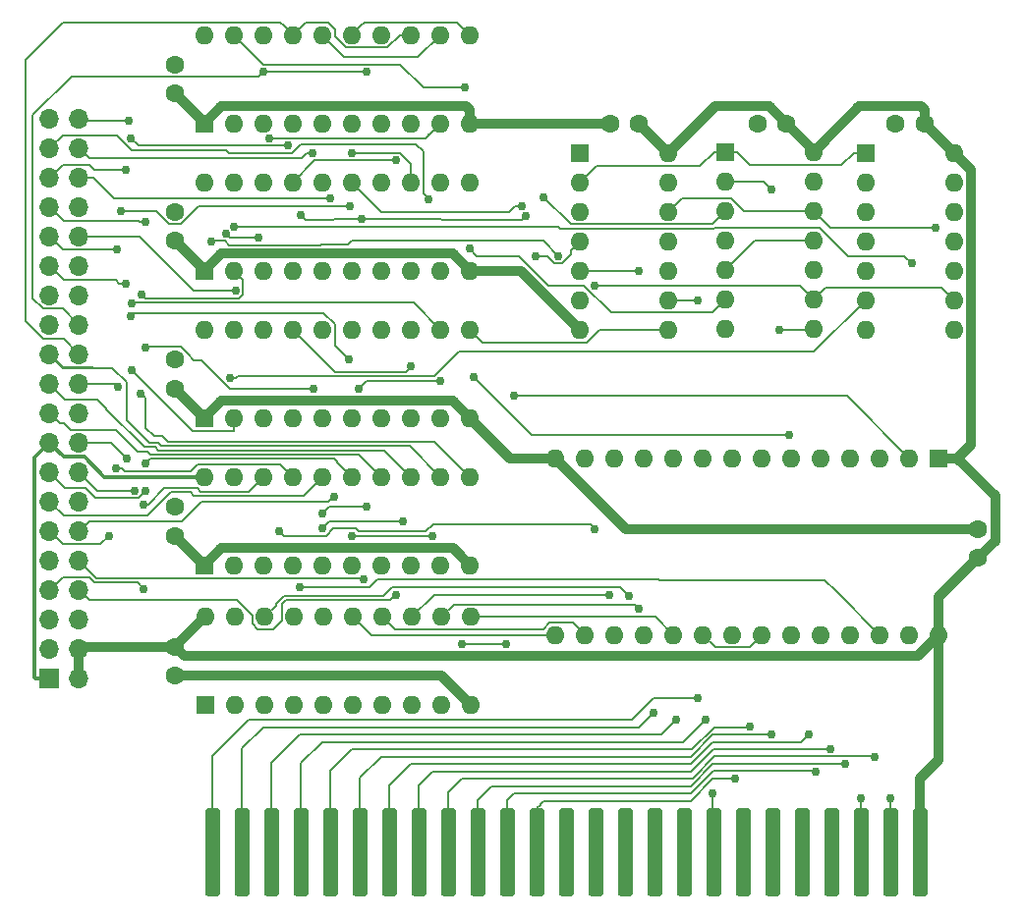
<source format=gbr>
G04 #@! TF.GenerationSoftware,KiCad,Pcbnew,(5.0.2)-1*
G04 #@! TF.CreationDate,2020-12-29T21:05:29-05:00*
G04 #@! TF.ProjectId,Apple2IORPi,4170706c-6532-4494-9f52-50692e6b6963,0.3*
G04 #@! TF.SameCoordinates,Original*
G04 #@! TF.FileFunction,Copper,L1,Top*
G04 #@! TF.FilePolarity,Positive*
%FSLAX46Y46*%
G04 Gerber Fmt 4.6, Leading zero omitted, Abs format (unit mm)*
G04 Created by KiCad (PCBNEW (5.0.2)-1) date 2020-12-29 21:05:29*
%MOMM*%
%LPD*%
G01*
G04 APERTURE LIST*
G04 #@! TA.AperFunction,ComponentPad*
%ADD10R,1.600000X1.600000*%
G04 #@! TD*
G04 #@! TA.AperFunction,ComponentPad*
%ADD11O,1.600000X1.600000*%
G04 #@! TD*
G04 #@! TA.AperFunction,ComponentPad*
%ADD12R,1.700000X1.700000*%
G04 #@! TD*
G04 #@! TA.AperFunction,ComponentPad*
%ADD13O,1.700000X1.700000*%
G04 #@! TD*
G04 #@! TA.AperFunction,ComponentPad*
%ADD14C,1.600000*%
G04 #@! TD*
G04 #@! TA.AperFunction,Conductor*
%ADD15C,0.100000*%
G04 #@! TD*
G04 #@! TA.AperFunction,ConnectorPad*
%ADD16C,1.270000*%
G04 #@! TD*
G04 #@! TA.AperFunction,ViaPad*
%ADD17C,0.762000*%
G04 #@! TD*
G04 #@! TA.AperFunction,Conductor*
%ADD18C,0.177800*%
G04 #@! TD*
G04 #@! TA.AperFunction,Conductor*
%ADD19C,0.812800*%
G04 #@! TD*
G04 #@! TA.AperFunction,Conductor*
%ADD20C,0.355600*%
G04 #@! TD*
G04 APERTURE END LIST*
D10*
G04 #@! TO.P,U5,1*
G04 #@! TO.N,Net-(C1-Pad2)*
X123825000Y-78105000D03*
D11*
G04 #@! TO.P,U5,11*
G04 #@! TO.N,Net-(U3-Pad8)*
X146685000Y-70485000D03*
G04 #@! TO.P,U5,2*
G04 #@! TO.N,Net-(J1-Pad31)*
X126365000Y-78105000D03*
G04 #@! TO.P,U5,12*
G04 #@! TO.N,Net-(J1-Pad40)*
X144145000Y-70485000D03*
G04 #@! TO.P,U5,3*
G04 #@! TO.N,Net-(U0-Pad18)*
X128905000Y-78105000D03*
G04 #@! TO.P,U5,13*
G04 #@! TO.N,Net-(U0-Pad14)*
X141605000Y-70485000D03*
G04 #@! TO.P,U5,4*
G04 #@! TO.N,Net-(U0-Pad17)*
X131445000Y-78105000D03*
G04 #@! TO.P,U5,14*
G04 #@! TO.N,Net-(U0-Pad13)*
X139065000Y-70485000D03*
G04 #@! TO.P,U5,5*
G04 #@! TO.N,Net-(J1-Pad33)*
X133985000Y-78105000D03*
G04 #@! TO.P,U5,15*
G04 #@! TO.N,Net-(J1-Pad38)*
X136525000Y-70485000D03*
G04 #@! TO.P,U5,6*
G04 #@! TO.N,Net-(J1-Pad35)*
X136525000Y-78105000D03*
G04 #@! TO.P,U5,16*
G04 #@! TO.N,Net-(J1-Pad36)*
X133985000Y-70485000D03*
G04 #@! TO.P,U5,7*
G04 #@! TO.N,Net-(U0-Pad16)*
X139065000Y-78105000D03*
G04 #@! TO.P,U5,17*
G04 #@! TO.N,Net-(U0-Pad12)*
X131445000Y-70485000D03*
G04 #@! TO.P,U5,8*
G04 #@! TO.N,Net-(U0-Pad15)*
X141605000Y-78105000D03*
G04 #@! TO.P,U5,18*
G04 #@! TO.N,Net-(U0-Pad11)*
X128905000Y-70485000D03*
G04 #@! TO.P,U5,9*
G04 #@! TO.N,Net-(J1-Pad37)*
X144145000Y-78105000D03*
G04 #@! TO.P,U5,19*
G04 #@! TO.N,Net-(J1-Pad32)*
X126365000Y-70485000D03*
G04 #@! TO.P,U5,10*
G04 #@! TO.N,Net-(C1-Pad2)*
X146685000Y-78105000D03*
G04 #@! TO.P,U5,20*
G04 #@! TO.N,Net-(C5-Pad1)*
X123825000Y-70485000D03*
G04 #@! TD*
D12*
G04 #@! TO.P,J1,1*
G04 #@! TO.N,Net-(C5-Pad1)*
X110490000Y-100584000D03*
D13*
G04 #@! TO.P,J1,2*
G04 #@! TO.N,Net-(C1-Pad1)*
X113030000Y-100584000D03*
G04 #@! TO.P,J1,3*
G04 #@! TO.N,Net-(J1-Pad3)*
X110490000Y-98044000D03*
G04 #@! TO.P,J1,4*
G04 #@! TO.N,Net-(C1-Pad1)*
X113030000Y-98044000D03*
G04 #@! TO.P,J1,5*
G04 #@! TO.N,Net-(J1-Pad5)*
X110490000Y-95504000D03*
G04 #@! TO.P,J1,6*
G04 #@! TO.N,Net-(C1-Pad2)*
X113030000Y-95504000D03*
G04 #@! TO.P,J1,7*
G04 #@! TO.N,Net-(J1-Pad7)*
X110490000Y-92964000D03*
G04 #@! TO.P,J1,8*
G04 #@! TO.N,Net-(J1-Pad8)*
X113030000Y-92964000D03*
G04 #@! TO.P,J1,9*
G04 #@! TO.N,Net-(C1-Pad2)*
X110490000Y-90424000D03*
G04 #@! TO.P,J1,10*
G04 #@! TO.N,Net-(J1-Pad10)*
X113030000Y-90424000D03*
G04 #@! TO.P,J1,11*
G04 #@! TO.N,Net-(J1-Pad11)*
X110490000Y-87884000D03*
G04 #@! TO.P,J1,12*
G04 #@! TO.N,Net-(J1-Pad12)*
X113030000Y-87884000D03*
G04 #@! TO.P,J1,13*
G04 #@! TO.N,Net-(J1-Pad13)*
X110490000Y-85344000D03*
G04 #@! TO.P,J1,14*
G04 #@! TO.N,Net-(C1-Pad2)*
X113030000Y-85344000D03*
G04 #@! TO.P,J1,15*
G04 #@! TO.N,Net-(J1-Pad15)*
X110490000Y-82804000D03*
G04 #@! TO.P,J1,16*
G04 #@! TO.N,Net-(J1-Pad16)*
X113030000Y-82804000D03*
G04 #@! TO.P,J1,17*
G04 #@! TO.N,Net-(C5-Pad1)*
X110490000Y-80264000D03*
G04 #@! TO.P,J1,18*
G04 #@! TO.N,Net-(J1-Pad18)*
X113030000Y-80264000D03*
G04 #@! TO.P,J1,19*
G04 #@! TO.N,Net-(J1-Pad19)*
X110490000Y-77724000D03*
G04 #@! TO.P,J1,20*
G04 #@! TO.N,Net-(C1-Pad2)*
X113030000Y-77724000D03*
G04 #@! TO.P,J1,21*
G04 #@! TO.N,Net-(J1-Pad21)*
X110490000Y-75184000D03*
G04 #@! TO.P,J1,22*
G04 #@! TO.N,Net-(J1-Pad22)*
X113030000Y-75184000D03*
G04 #@! TO.P,J1,23*
G04 #@! TO.N,Net-(J1-Pad23)*
X110490000Y-72644000D03*
G04 #@! TO.P,J1,24*
G04 #@! TO.N,Net-(J1-Pad24)*
X113030000Y-72644000D03*
G04 #@! TO.P,J1,25*
G04 #@! TO.N,Net-(C1-Pad2)*
X110490000Y-70104000D03*
G04 #@! TO.P,J1,26*
G04 #@! TO.N,Net-(J1-Pad26)*
X113030000Y-70104000D03*
G04 #@! TO.P,J1,27*
G04 #@! TO.N,Net-(J1-Pad27)*
X110490000Y-67564000D03*
G04 #@! TO.P,J1,28*
G04 #@! TO.N,Net-(J1-Pad28)*
X113030000Y-67564000D03*
G04 #@! TO.P,J1,29*
G04 #@! TO.N,Net-(J1-Pad29)*
X110490000Y-65024000D03*
G04 #@! TO.P,J1,30*
G04 #@! TO.N,Net-(C1-Pad2)*
X113030000Y-65024000D03*
G04 #@! TO.P,J1,31*
G04 #@! TO.N,Net-(J1-Pad31)*
X110490000Y-62484000D03*
G04 #@! TO.P,J1,32*
G04 #@! TO.N,Net-(J1-Pad32)*
X113030000Y-62484000D03*
G04 #@! TO.P,J1,33*
G04 #@! TO.N,Net-(J1-Pad33)*
X110490000Y-59944000D03*
G04 #@! TO.P,J1,34*
G04 #@! TO.N,Net-(C1-Pad2)*
X113030000Y-59944000D03*
G04 #@! TO.P,J1,35*
G04 #@! TO.N,Net-(J1-Pad35)*
X110490000Y-57404000D03*
G04 #@! TO.P,J1,36*
G04 #@! TO.N,Net-(J1-Pad36)*
X113030000Y-57404000D03*
G04 #@! TO.P,J1,37*
G04 #@! TO.N,Net-(J1-Pad37)*
X110490000Y-54864000D03*
G04 #@! TO.P,J1,38*
G04 #@! TO.N,Net-(J1-Pad38)*
X113030000Y-54864000D03*
G04 #@! TO.P,J1,39*
G04 #@! TO.N,Net-(C1-Pad2)*
X110490000Y-52324000D03*
G04 #@! TO.P,J1,40*
G04 #@! TO.N,Net-(J1-Pad40)*
X113030000Y-52324000D03*
G04 #@! TD*
D14*
G04 #@! TO.P,C6,1*
G04 #@! TO.N,Net-(C5-Pad1)*
X121285000Y-73065000D03*
G04 #@! TO.P,C6,2*
G04 #@! TO.N,Net-(C1-Pad2)*
X121285000Y-75565000D03*
G04 #@! TD*
G04 #@! TO.P,C5,1*
G04 #@! TO.N,Net-(C5-Pad1)*
X121285000Y-85765000D03*
G04 #@! TO.P,C5,2*
G04 #@! TO.N,Net-(C1-Pad2)*
X121285000Y-88265000D03*
G04 #@! TD*
G04 #@! TO.P,C1,1*
G04 #@! TO.N,Net-(C1-Pad1)*
X121285000Y-97830000D03*
G04 #@! TO.P,C1,2*
G04 #@! TO.N,Net-(C1-Pad2)*
X121285000Y-100330000D03*
G04 #@! TD*
G04 #@! TO.P,C4,1*
G04 #@! TO.N,Net-(C1-Pad1)*
X161290000Y-52705000D03*
G04 #@! TO.P,C4,2*
G04 #@! TO.N,Net-(C1-Pad2)*
X158790000Y-52705000D03*
G04 #@! TD*
G04 #@! TO.P,C3,1*
G04 #@! TO.N,Net-(C1-Pad1)*
X185851800Y-52705000D03*
G04 #@! TO.P,C3,2*
G04 #@! TO.N,Net-(C1-Pad2)*
X183351800Y-52705000D03*
G04 #@! TD*
G04 #@! TO.P,C2,1*
G04 #@! TO.N,Net-(C1-Pad1)*
X190500000Y-90170000D03*
G04 #@! TO.P,C2,2*
G04 #@! TO.N,Net-(C1-Pad2)*
X190500000Y-87670000D03*
G04 #@! TD*
G04 #@! TO.P,C7,1*
G04 #@! TO.N,Net-(C5-Pad1)*
X121285000Y-47625000D03*
G04 #@! TO.P,C7,2*
G04 #@! TO.N,Net-(C1-Pad2)*
X121285000Y-50125000D03*
G04 #@! TD*
G04 #@! TO.P,C8,1*
G04 #@! TO.N,Net-(C5-Pad1)*
X121285000Y-60325000D03*
G04 #@! TO.P,C8,2*
G04 #@! TO.N,Net-(C1-Pad2)*
X121285000Y-62825000D03*
G04 #@! TD*
G04 #@! TO.P,C9,1*
G04 #@! TO.N,Net-(C1-Pad1)*
X173990000Y-52705000D03*
G04 #@! TO.P,C9,2*
G04 #@! TO.N,Net-(C1-Pad2)*
X171490000Y-52705000D03*
G04 #@! TD*
D11*
G04 #@! TO.P,U8,14*
G04 #@! TO.N,Net-(C1-Pad1)*
X176326800Y-55168800D03*
G04 #@! TO.P,U8,7*
G04 #@! TO.N,Net-(C1-Pad2)*
X168706800Y-70408800D03*
G04 #@! TO.P,U8,13*
G04 #@! TO.N,Net-(J0-Pad5)*
X176326800Y-57708800D03*
G04 #@! TO.P,U8,6*
G04 #@! TO.N,Net-(U7-Pad11)*
X168706800Y-67868800D03*
G04 #@! TO.P,U8,12*
G04 #@! TO.N,Net-(U2-Pad8)*
X176326800Y-60248800D03*
G04 #@! TO.P,U8,5*
G04 #@! TO.N,Net-(U8-Pad11)*
X168706800Y-65328800D03*
G04 #@! TO.P,U8,11*
X176326800Y-62788800D03*
G04 #@! TO.P,U8,4*
G04 #@! TO.N,Net-(J0-Pad41)*
X168706800Y-62788800D03*
G04 #@! TO.P,U8,10*
G04 #@! TO.N,Net-(J0-Pad4)*
X176326800Y-65328800D03*
G04 #@! TO.P,U8,3*
G04 #@! TO.N,Net-(U6-Pad19)*
X168706800Y-60248800D03*
G04 #@! TO.P,U8,9*
G04 #@! TO.N,Net-(U0-Pad1)*
X176326800Y-67868800D03*
G04 #@! TO.P,U8,2*
G04 #@! TO.N,Net-(U8-Pad2)*
X168706800Y-57708800D03*
G04 #@! TO.P,U8,8*
X176326800Y-70408800D03*
D10*
G04 #@! TO.P,U8,1*
G04 #@! TO.N,Net-(J0-Pad41)*
X168706800Y-55168800D03*
G04 #@! TD*
D11*
G04 #@! TO.P,U6,20*
G04 #@! TO.N,Net-(C5-Pad1)*
X123825000Y-45085000D03*
G04 #@! TO.P,U6,10*
G04 #@! TO.N,Net-(C1-Pad2)*
X146685000Y-52705000D03*
G04 #@! TO.P,U6,19*
G04 #@! TO.N,Net-(U6-Pad19)*
X126365000Y-45085000D03*
G04 #@! TO.P,U6,9*
G04 #@! TO.N,Net-(U0-Pad11)*
X144145000Y-52705000D03*
G04 #@! TO.P,U6,18*
G04 #@! TO.N,Net-(J1-Pad26)*
X128905000Y-45085000D03*
G04 #@! TO.P,U6,8*
G04 #@! TO.N,Net-(U0-Pad12)*
X141605000Y-52705000D03*
G04 #@! TO.P,U6,17*
G04 #@! TO.N,Net-(J1-Pad24)*
X131445000Y-45085000D03*
G04 #@! TO.P,U6,7*
G04 #@! TO.N,Net-(U0-Pad13)*
X139065000Y-52705000D03*
G04 #@! TO.P,U6,16*
G04 #@! TO.N,Net-(J1-Pad22)*
X133985000Y-45085000D03*
G04 #@! TO.P,U6,6*
G04 #@! TO.N,Net-(U0-Pad14)*
X136525000Y-52705000D03*
G04 #@! TO.P,U6,15*
G04 #@! TO.N,Net-(J1-Pad18)*
X136525000Y-45085000D03*
G04 #@! TO.P,U6,5*
G04 #@! TO.N,Net-(U0-Pad15)*
X133985000Y-52705000D03*
G04 #@! TO.P,U6,14*
G04 #@! TO.N,Net-(J1-Pad26)*
X139065000Y-45085000D03*
G04 #@! TO.P,U6,4*
G04 #@! TO.N,Net-(U0-Pad16)*
X131445000Y-52705000D03*
G04 #@! TO.P,U6,13*
G04 #@! TO.N,Net-(J1-Pad24)*
X141605000Y-45085000D03*
G04 #@! TO.P,U6,3*
G04 #@! TO.N,Net-(U0-Pad17)*
X128905000Y-52705000D03*
G04 #@! TO.P,U6,12*
G04 #@! TO.N,Net-(J1-Pad22)*
X144145000Y-45085000D03*
G04 #@! TO.P,U6,2*
G04 #@! TO.N,Net-(U0-Pad18)*
X126365000Y-52705000D03*
G04 #@! TO.P,U6,11*
G04 #@! TO.N,Net-(J1-Pad18)*
X146685000Y-45085000D03*
D10*
G04 #@! TO.P,U6,1*
G04 #@! TO.N,Net-(C1-Pad2)*
X123825000Y-52705000D03*
G04 #@! TD*
G04 #@! TO.P,U7,1*
G04 #@! TO.N,Net-(C1-Pad2)*
X123825000Y-65405000D03*
D11*
G04 #@! TO.P,U7,11*
G04 #@! TO.N,Net-(U7-Pad11)*
X146685000Y-57785000D03*
G04 #@! TO.P,U7,2*
G04 #@! TO.N,Net-(J1-Pad16)*
X126365000Y-65405000D03*
G04 #@! TO.P,U7,12*
G04 #@! TO.N,Net-(U1-Pad23)*
X144145000Y-57785000D03*
G04 #@! TO.P,U7,3*
G04 #@! TO.N,Net-(U0-Pad18)*
X128905000Y-65405000D03*
G04 #@! TO.P,U7,13*
G04 #@! TO.N,Net-(U0-Pad14)*
X141605000Y-57785000D03*
G04 #@! TO.P,U7,4*
G04 #@! TO.N,Net-(U0-Pad17)*
X131445000Y-65405000D03*
G04 #@! TO.P,U7,14*
G04 #@! TO.N,Net-(U0-Pad13)*
X139065000Y-57785000D03*
G04 #@! TO.P,U7,5*
G04 #@! TO.N,Net-(J1-Pad12)*
X133985000Y-65405000D03*
G04 #@! TO.P,U7,15*
G04 #@! TO.N,Net-(U1-Pad2)*
X136525000Y-57785000D03*
G04 #@! TO.P,U7,6*
G04 #@! TO.N,Net-(J1-Pad10)*
X136525000Y-65405000D03*
G04 #@! TO.P,U7,16*
G04 #@! TO.N,Net-(U1-Pad26)*
X133985000Y-57785000D03*
G04 #@! TO.P,U7,7*
G04 #@! TO.N,Net-(U0-Pad16)*
X139065000Y-65405000D03*
G04 #@! TO.P,U7,17*
G04 #@! TO.N,Net-(U0-Pad12)*
X131445000Y-57785000D03*
G04 #@! TO.P,U7,8*
G04 #@! TO.N,Net-(U0-Pad15)*
X141605000Y-65405000D03*
G04 #@! TO.P,U7,18*
G04 #@! TO.N,Net-(U0-Pad11)*
X128905000Y-57785000D03*
G04 #@! TO.P,U7,9*
G04 #@! TO.N,Net-(J1-Pad8)*
X144145000Y-65405000D03*
G04 #@! TO.P,U7,19*
G04 #@! TO.N,Net-(U1-Pad27)*
X126365000Y-57785000D03*
G04 #@! TO.P,U7,10*
G04 #@! TO.N,Net-(C1-Pad2)*
X146685000Y-65405000D03*
G04 #@! TO.P,U7,20*
G04 #@! TO.N,Net-(C5-Pad1)*
X123825000Y-57785000D03*
G04 #@! TD*
D10*
G04 #@! TO.P,U1,1*
G04 #@! TO.N,Net-(C1-Pad1)*
X187101925Y-81586962D03*
D11*
G04 #@! TO.P,U1,15*
G04 #@! TO.N,Net-(U0-Pad15)*
X154081925Y-96826962D03*
G04 #@! TO.P,U1,2*
G04 #@! TO.N,Net-(U1-Pad2)*
X184561925Y-81586962D03*
G04 #@! TO.P,U1,16*
G04 #@! TO.N,Net-(U0-Pad14)*
X156621925Y-96826962D03*
G04 #@! TO.P,U1,3*
G04 #@! TO.N,Net-(J0-Pad9)*
X182021925Y-81586962D03*
G04 #@! TO.P,U1,17*
G04 #@! TO.N,Net-(U0-Pad13)*
X159161925Y-96826962D03*
G04 #@! TO.P,U1,4*
G04 #@! TO.N,Net-(J0-Pad8)*
X179481925Y-81586962D03*
G04 #@! TO.P,U1,18*
G04 #@! TO.N,Net-(U0-Pad12)*
X161701925Y-96826962D03*
G04 #@! TO.P,U1,5*
G04 #@! TO.N,Net-(J0-Pad7)*
X176941925Y-81586962D03*
G04 #@! TO.P,U1,19*
G04 #@! TO.N,Net-(U0-Pad11)*
X164241925Y-96826962D03*
G04 #@! TO.P,U1,6*
G04 #@! TO.N,Net-(J0-Pad6)*
X174401925Y-81586962D03*
G04 #@! TO.P,U1,20*
G04 #@! TO.N,Net-(J0-Pad1)*
X166781925Y-96826962D03*
G04 #@! TO.P,U1,7*
G04 #@! TO.N,Net-(J0-Pad5)*
X171861925Y-81586962D03*
G04 #@! TO.P,U1,21*
G04 #@! TO.N,Net-(J0-Pad12)*
X169321925Y-96826962D03*
G04 #@! TO.P,U1,8*
G04 #@! TO.N,Net-(J0-Pad4)*
X169321925Y-81586962D03*
G04 #@! TO.P,U1,22*
G04 #@! TO.N,Net-(J0-Pad1)*
X171861925Y-96826962D03*
G04 #@! TO.P,U1,9*
G04 #@! TO.N,Net-(J0-Pad3)*
X166781925Y-81586962D03*
G04 #@! TO.P,U1,23*
G04 #@! TO.N,Net-(U1-Pad23)*
X174401925Y-96826962D03*
G04 #@! TO.P,U1,10*
G04 #@! TO.N,Net-(J0-Pad2)*
X164241925Y-81586962D03*
G04 #@! TO.P,U1,24*
G04 #@! TO.N,Net-(J0-Pad11)*
X176941925Y-96826962D03*
G04 #@! TO.P,U1,11*
G04 #@! TO.N,Net-(U0-Pad18)*
X161701925Y-81586962D03*
G04 #@! TO.P,U1,25*
G04 #@! TO.N,Net-(J0-Pad10)*
X179481925Y-96826962D03*
G04 #@! TO.P,U1,12*
G04 #@! TO.N,Net-(U0-Pad17)*
X159161925Y-81586962D03*
G04 #@! TO.P,U1,26*
G04 #@! TO.N,Net-(U1-Pad26)*
X182021925Y-96826962D03*
G04 #@! TO.P,U1,13*
G04 #@! TO.N,Net-(U0-Pad16)*
X156621925Y-81586962D03*
G04 #@! TO.P,U1,27*
G04 #@! TO.N,Net-(U1-Pad27)*
X184561925Y-96826962D03*
G04 #@! TO.P,U1,14*
G04 #@! TO.N,Net-(C1-Pad2)*
X154081925Y-81586962D03*
G04 #@! TO.P,U1,28*
G04 #@! TO.N,Net-(C1-Pad1)*
X187101925Y-96826962D03*
G04 #@! TD*
D15*
G04 #@! TO.N,Net-(C1-Pad1)*
G04 #@! TO.C,J0*
G36*
X185843621Y-111761529D02*
X185874442Y-111766101D01*
X185904666Y-111773671D01*
X185934003Y-111784168D01*
X185962169Y-111797490D01*
X185988895Y-111813508D01*
X186013921Y-111832069D01*
X186037007Y-111852994D01*
X186057932Y-111876080D01*
X186076493Y-111901106D01*
X186092511Y-111927832D01*
X186105833Y-111955998D01*
X186116330Y-111985335D01*
X186123900Y-112015559D01*
X186128472Y-112046380D01*
X186130001Y-112077500D01*
X186130001Y-119062500D01*
X186128472Y-119093620D01*
X186123900Y-119124441D01*
X186116330Y-119154665D01*
X186105833Y-119184002D01*
X186092511Y-119212168D01*
X186076493Y-119238894D01*
X186057932Y-119263920D01*
X186037007Y-119287006D01*
X186013921Y-119307931D01*
X185988895Y-119326492D01*
X185962169Y-119342510D01*
X185934003Y-119355832D01*
X185904666Y-119366329D01*
X185874442Y-119373899D01*
X185843621Y-119378471D01*
X185812501Y-119380000D01*
X185177501Y-119380000D01*
X185146381Y-119378471D01*
X185115560Y-119373899D01*
X185085336Y-119366329D01*
X185055999Y-119355832D01*
X185027833Y-119342510D01*
X185001107Y-119326492D01*
X184976081Y-119307931D01*
X184952995Y-119287006D01*
X184932070Y-119263920D01*
X184913509Y-119238894D01*
X184897491Y-119212168D01*
X184884169Y-119184002D01*
X184873672Y-119154665D01*
X184866102Y-119124441D01*
X184861530Y-119093620D01*
X184860001Y-119062500D01*
X184860001Y-112077500D01*
X184861530Y-112046380D01*
X184866102Y-112015559D01*
X184873672Y-111985335D01*
X184884169Y-111955998D01*
X184897491Y-111927832D01*
X184913509Y-111901106D01*
X184932070Y-111876080D01*
X184952995Y-111852994D01*
X184976081Y-111832069D01*
X185001107Y-111813508D01*
X185027833Y-111797490D01*
X185055999Y-111784168D01*
X185085336Y-111773671D01*
X185115560Y-111766101D01*
X185146381Y-111761529D01*
X185177501Y-111760000D01*
X185812501Y-111760000D01*
X185843621Y-111761529D01*
X185843621Y-111761529D01*
G37*
D16*
G04 #@! TD*
G04 #@! TO.P,J0,25*
G04 #@! TO.N,Net-(C1-Pad1)*
X185495001Y-115570000D03*
D15*
G04 #@! TO.N,Net-(J0-Pad24)*
G04 #@! TO.C,J0*
G36*
X183303621Y-111761529D02*
X183334442Y-111766101D01*
X183364666Y-111773671D01*
X183394003Y-111784168D01*
X183422169Y-111797490D01*
X183448895Y-111813508D01*
X183473921Y-111832069D01*
X183497007Y-111852994D01*
X183517932Y-111876080D01*
X183536493Y-111901106D01*
X183552511Y-111927832D01*
X183565833Y-111955998D01*
X183576330Y-111985335D01*
X183583900Y-112015559D01*
X183588472Y-112046380D01*
X183590001Y-112077500D01*
X183590001Y-119062500D01*
X183588472Y-119093620D01*
X183583900Y-119124441D01*
X183576330Y-119154665D01*
X183565833Y-119184002D01*
X183552511Y-119212168D01*
X183536493Y-119238894D01*
X183517932Y-119263920D01*
X183497007Y-119287006D01*
X183473921Y-119307931D01*
X183448895Y-119326492D01*
X183422169Y-119342510D01*
X183394003Y-119355832D01*
X183364666Y-119366329D01*
X183334442Y-119373899D01*
X183303621Y-119378471D01*
X183272501Y-119380000D01*
X182637501Y-119380000D01*
X182606381Y-119378471D01*
X182575560Y-119373899D01*
X182545336Y-119366329D01*
X182515999Y-119355832D01*
X182487833Y-119342510D01*
X182461107Y-119326492D01*
X182436081Y-119307931D01*
X182412995Y-119287006D01*
X182392070Y-119263920D01*
X182373509Y-119238894D01*
X182357491Y-119212168D01*
X182344169Y-119184002D01*
X182333672Y-119154665D01*
X182326102Y-119124441D01*
X182321530Y-119093620D01*
X182320001Y-119062500D01*
X182320001Y-112077500D01*
X182321530Y-112046380D01*
X182326102Y-112015559D01*
X182333672Y-111985335D01*
X182344169Y-111955998D01*
X182357491Y-111927832D01*
X182373509Y-111901106D01*
X182392070Y-111876080D01*
X182412995Y-111852994D01*
X182436081Y-111832069D01*
X182461107Y-111813508D01*
X182487833Y-111797490D01*
X182515999Y-111784168D01*
X182545336Y-111773671D01*
X182575560Y-111766101D01*
X182606381Y-111761529D01*
X182637501Y-111760000D01*
X183272501Y-111760000D01*
X183303621Y-111761529D01*
X183303621Y-111761529D01*
G37*
D16*
G04 #@! TD*
G04 #@! TO.P,J0,24*
G04 #@! TO.N,Net-(J0-Pad24)*
X182955001Y-115570000D03*
D15*
G04 #@! TO.N,Net-(J0-Pad23)*
G04 #@! TO.C,J0*
G36*
X180763621Y-111761529D02*
X180794442Y-111766101D01*
X180824666Y-111773671D01*
X180854003Y-111784168D01*
X180882169Y-111797490D01*
X180908895Y-111813508D01*
X180933921Y-111832069D01*
X180957007Y-111852994D01*
X180977932Y-111876080D01*
X180996493Y-111901106D01*
X181012511Y-111927832D01*
X181025833Y-111955998D01*
X181036330Y-111985335D01*
X181043900Y-112015559D01*
X181048472Y-112046380D01*
X181050001Y-112077500D01*
X181050001Y-119062500D01*
X181048472Y-119093620D01*
X181043900Y-119124441D01*
X181036330Y-119154665D01*
X181025833Y-119184002D01*
X181012511Y-119212168D01*
X180996493Y-119238894D01*
X180977932Y-119263920D01*
X180957007Y-119287006D01*
X180933921Y-119307931D01*
X180908895Y-119326492D01*
X180882169Y-119342510D01*
X180854003Y-119355832D01*
X180824666Y-119366329D01*
X180794442Y-119373899D01*
X180763621Y-119378471D01*
X180732501Y-119380000D01*
X180097501Y-119380000D01*
X180066381Y-119378471D01*
X180035560Y-119373899D01*
X180005336Y-119366329D01*
X179975999Y-119355832D01*
X179947833Y-119342510D01*
X179921107Y-119326492D01*
X179896081Y-119307931D01*
X179872995Y-119287006D01*
X179852070Y-119263920D01*
X179833509Y-119238894D01*
X179817491Y-119212168D01*
X179804169Y-119184002D01*
X179793672Y-119154665D01*
X179786102Y-119124441D01*
X179781530Y-119093620D01*
X179780001Y-119062500D01*
X179780001Y-112077500D01*
X179781530Y-112046380D01*
X179786102Y-112015559D01*
X179793672Y-111985335D01*
X179804169Y-111955998D01*
X179817491Y-111927832D01*
X179833509Y-111901106D01*
X179852070Y-111876080D01*
X179872995Y-111852994D01*
X179896081Y-111832069D01*
X179921107Y-111813508D01*
X179947833Y-111797490D01*
X179975999Y-111784168D01*
X180005336Y-111773671D01*
X180035560Y-111766101D01*
X180066381Y-111761529D01*
X180097501Y-111760000D01*
X180732501Y-111760000D01*
X180763621Y-111761529D01*
X180763621Y-111761529D01*
G37*
D16*
G04 #@! TD*
G04 #@! TO.P,J0,23*
G04 #@! TO.N,Net-(J0-Pad23)*
X180415001Y-115570000D03*
D15*
G04 #@! TO.N,Net-(J0-Pad22)*
G04 #@! TO.C,J0*
G36*
X178223621Y-111761529D02*
X178254442Y-111766101D01*
X178284666Y-111773671D01*
X178314003Y-111784168D01*
X178342169Y-111797490D01*
X178368895Y-111813508D01*
X178393921Y-111832069D01*
X178417007Y-111852994D01*
X178437932Y-111876080D01*
X178456493Y-111901106D01*
X178472511Y-111927832D01*
X178485833Y-111955998D01*
X178496330Y-111985335D01*
X178503900Y-112015559D01*
X178508472Y-112046380D01*
X178510001Y-112077500D01*
X178510001Y-119062500D01*
X178508472Y-119093620D01*
X178503900Y-119124441D01*
X178496330Y-119154665D01*
X178485833Y-119184002D01*
X178472511Y-119212168D01*
X178456493Y-119238894D01*
X178437932Y-119263920D01*
X178417007Y-119287006D01*
X178393921Y-119307931D01*
X178368895Y-119326492D01*
X178342169Y-119342510D01*
X178314003Y-119355832D01*
X178284666Y-119366329D01*
X178254442Y-119373899D01*
X178223621Y-119378471D01*
X178192501Y-119380000D01*
X177557501Y-119380000D01*
X177526381Y-119378471D01*
X177495560Y-119373899D01*
X177465336Y-119366329D01*
X177435999Y-119355832D01*
X177407833Y-119342510D01*
X177381107Y-119326492D01*
X177356081Y-119307931D01*
X177332995Y-119287006D01*
X177312070Y-119263920D01*
X177293509Y-119238894D01*
X177277491Y-119212168D01*
X177264169Y-119184002D01*
X177253672Y-119154665D01*
X177246102Y-119124441D01*
X177241530Y-119093620D01*
X177240001Y-119062500D01*
X177240001Y-112077500D01*
X177241530Y-112046380D01*
X177246102Y-112015559D01*
X177253672Y-111985335D01*
X177264169Y-111955998D01*
X177277491Y-111927832D01*
X177293509Y-111901106D01*
X177312070Y-111876080D01*
X177332995Y-111852994D01*
X177356081Y-111832069D01*
X177381107Y-111813508D01*
X177407833Y-111797490D01*
X177435999Y-111784168D01*
X177465336Y-111773671D01*
X177495560Y-111766101D01*
X177526381Y-111761529D01*
X177557501Y-111760000D01*
X178192501Y-111760000D01*
X178223621Y-111761529D01*
X178223621Y-111761529D01*
G37*
D16*
G04 #@! TD*
G04 #@! TO.P,J0,22*
G04 #@! TO.N,Net-(J0-Pad22)*
X177875001Y-115570000D03*
D15*
G04 #@! TO.N,Net-(J0-Pad21)*
G04 #@! TO.C,J0*
G36*
X175683621Y-111761529D02*
X175714442Y-111766101D01*
X175744666Y-111773671D01*
X175774003Y-111784168D01*
X175802169Y-111797490D01*
X175828895Y-111813508D01*
X175853921Y-111832069D01*
X175877007Y-111852994D01*
X175897932Y-111876080D01*
X175916493Y-111901106D01*
X175932511Y-111927832D01*
X175945833Y-111955998D01*
X175956330Y-111985335D01*
X175963900Y-112015559D01*
X175968472Y-112046380D01*
X175970001Y-112077500D01*
X175970001Y-119062500D01*
X175968472Y-119093620D01*
X175963900Y-119124441D01*
X175956330Y-119154665D01*
X175945833Y-119184002D01*
X175932511Y-119212168D01*
X175916493Y-119238894D01*
X175897932Y-119263920D01*
X175877007Y-119287006D01*
X175853921Y-119307931D01*
X175828895Y-119326492D01*
X175802169Y-119342510D01*
X175774003Y-119355832D01*
X175744666Y-119366329D01*
X175714442Y-119373899D01*
X175683621Y-119378471D01*
X175652501Y-119380000D01*
X175017501Y-119380000D01*
X174986381Y-119378471D01*
X174955560Y-119373899D01*
X174925336Y-119366329D01*
X174895999Y-119355832D01*
X174867833Y-119342510D01*
X174841107Y-119326492D01*
X174816081Y-119307931D01*
X174792995Y-119287006D01*
X174772070Y-119263920D01*
X174753509Y-119238894D01*
X174737491Y-119212168D01*
X174724169Y-119184002D01*
X174713672Y-119154665D01*
X174706102Y-119124441D01*
X174701530Y-119093620D01*
X174700001Y-119062500D01*
X174700001Y-112077500D01*
X174701530Y-112046380D01*
X174706102Y-112015559D01*
X174713672Y-111985335D01*
X174724169Y-111955998D01*
X174737491Y-111927832D01*
X174753509Y-111901106D01*
X174772070Y-111876080D01*
X174792995Y-111852994D01*
X174816081Y-111832069D01*
X174841107Y-111813508D01*
X174867833Y-111797490D01*
X174895999Y-111784168D01*
X174925336Y-111773671D01*
X174955560Y-111766101D01*
X174986381Y-111761529D01*
X175017501Y-111760000D01*
X175652501Y-111760000D01*
X175683621Y-111761529D01*
X175683621Y-111761529D01*
G37*
D16*
G04 #@! TD*
G04 #@! TO.P,J0,21*
G04 #@! TO.N,Net-(J0-Pad21)*
X175335001Y-115570000D03*
D15*
G04 #@! TO.N,Net-(J0-Pad20)*
G04 #@! TO.C,J0*
G36*
X173143621Y-111761529D02*
X173174442Y-111766101D01*
X173204666Y-111773671D01*
X173234003Y-111784168D01*
X173262169Y-111797490D01*
X173288895Y-111813508D01*
X173313921Y-111832069D01*
X173337007Y-111852994D01*
X173357932Y-111876080D01*
X173376493Y-111901106D01*
X173392511Y-111927832D01*
X173405833Y-111955998D01*
X173416330Y-111985335D01*
X173423900Y-112015559D01*
X173428472Y-112046380D01*
X173430001Y-112077500D01*
X173430001Y-119062500D01*
X173428472Y-119093620D01*
X173423900Y-119124441D01*
X173416330Y-119154665D01*
X173405833Y-119184002D01*
X173392511Y-119212168D01*
X173376493Y-119238894D01*
X173357932Y-119263920D01*
X173337007Y-119287006D01*
X173313921Y-119307931D01*
X173288895Y-119326492D01*
X173262169Y-119342510D01*
X173234003Y-119355832D01*
X173204666Y-119366329D01*
X173174442Y-119373899D01*
X173143621Y-119378471D01*
X173112501Y-119380000D01*
X172477501Y-119380000D01*
X172446381Y-119378471D01*
X172415560Y-119373899D01*
X172385336Y-119366329D01*
X172355999Y-119355832D01*
X172327833Y-119342510D01*
X172301107Y-119326492D01*
X172276081Y-119307931D01*
X172252995Y-119287006D01*
X172232070Y-119263920D01*
X172213509Y-119238894D01*
X172197491Y-119212168D01*
X172184169Y-119184002D01*
X172173672Y-119154665D01*
X172166102Y-119124441D01*
X172161530Y-119093620D01*
X172160001Y-119062500D01*
X172160001Y-112077500D01*
X172161530Y-112046380D01*
X172166102Y-112015559D01*
X172173672Y-111985335D01*
X172184169Y-111955998D01*
X172197491Y-111927832D01*
X172213509Y-111901106D01*
X172232070Y-111876080D01*
X172252995Y-111852994D01*
X172276081Y-111832069D01*
X172301107Y-111813508D01*
X172327833Y-111797490D01*
X172355999Y-111784168D01*
X172385336Y-111773671D01*
X172415560Y-111766101D01*
X172446381Y-111761529D01*
X172477501Y-111760000D01*
X173112501Y-111760000D01*
X173143621Y-111761529D01*
X173143621Y-111761529D01*
G37*
D16*
G04 #@! TD*
G04 #@! TO.P,J0,20*
G04 #@! TO.N,Net-(J0-Pad20)*
X172795001Y-115570000D03*
D15*
G04 #@! TO.N,Net-(J0-Pad19)*
G04 #@! TO.C,J0*
G36*
X170603621Y-111761529D02*
X170634442Y-111766101D01*
X170664666Y-111773671D01*
X170694003Y-111784168D01*
X170722169Y-111797490D01*
X170748895Y-111813508D01*
X170773921Y-111832069D01*
X170797007Y-111852994D01*
X170817932Y-111876080D01*
X170836493Y-111901106D01*
X170852511Y-111927832D01*
X170865833Y-111955998D01*
X170876330Y-111985335D01*
X170883900Y-112015559D01*
X170888472Y-112046380D01*
X170890001Y-112077500D01*
X170890001Y-119062500D01*
X170888472Y-119093620D01*
X170883900Y-119124441D01*
X170876330Y-119154665D01*
X170865833Y-119184002D01*
X170852511Y-119212168D01*
X170836493Y-119238894D01*
X170817932Y-119263920D01*
X170797007Y-119287006D01*
X170773921Y-119307931D01*
X170748895Y-119326492D01*
X170722169Y-119342510D01*
X170694003Y-119355832D01*
X170664666Y-119366329D01*
X170634442Y-119373899D01*
X170603621Y-119378471D01*
X170572501Y-119380000D01*
X169937501Y-119380000D01*
X169906381Y-119378471D01*
X169875560Y-119373899D01*
X169845336Y-119366329D01*
X169815999Y-119355832D01*
X169787833Y-119342510D01*
X169761107Y-119326492D01*
X169736081Y-119307931D01*
X169712995Y-119287006D01*
X169692070Y-119263920D01*
X169673509Y-119238894D01*
X169657491Y-119212168D01*
X169644169Y-119184002D01*
X169633672Y-119154665D01*
X169626102Y-119124441D01*
X169621530Y-119093620D01*
X169620001Y-119062500D01*
X169620001Y-112077500D01*
X169621530Y-112046380D01*
X169626102Y-112015559D01*
X169633672Y-111985335D01*
X169644169Y-111955998D01*
X169657491Y-111927832D01*
X169673509Y-111901106D01*
X169692070Y-111876080D01*
X169712995Y-111852994D01*
X169736081Y-111832069D01*
X169761107Y-111813508D01*
X169787833Y-111797490D01*
X169815999Y-111784168D01*
X169845336Y-111773671D01*
X169875560Y-111766101D01*
X169906381Y-111761529D01*
X169937501Y-111760000D01*
X170572501Y-111760000D01*
X170603621Y-111761529D01*
X170603621Y-111761529D01*
G37*
D16*
G04 #@! TD*
G04 #@! TO.P,J0,19*
G04 #@! TO.N,Net-(J0-Pad19)*
X170255001Y-115570000D03*
D15*
G04 #@! TO.N,Net-(J0-Pad18)*
G04 #@! TO.C,J0*
G36*
X168063621Y-111761529D02*
X168094442Y-111766101D01*
X168124666Y-111773671D01*
X168154003Y-111784168D01*
X168182169Y-111797490D01*
X168208895Y-111813508D01*
X168233921Y-111832069D01*
X168257007Y-111852994D01*
X168277932Y-111876080D01*
X168296493Y-111901106D01*
X168312511Y-111927832D01*
X168325833Y-111955998D01*
X168336330Y-111985335D01*
X168343900Y-112015559D01*
X168348472Y-112046380D01*
X168350001Y-112077500D01*
X168350001Y-119062500D01*
X168348472Y-119093620D01*
X168343900Y-119124441D01*
X168336330Y-119154665D01*
X168325833Y-119184002D01*
X168312511Y-119212168D01*
X168296493Y-119238894D01*
X168277932Y-119263920D01*
X168257007Y-119287006D01*
X168233921Y-119307931D01*
X168208895Y-119326492D01*
X168182169Y-119342510D01*
X168154003Y-119355832D01*
X168124666Y-119366329D01*
X168094442Y-119373899D01*
X168063621Y-119378471D01*
X168032501Y-119380000D01*
X167397501Y-119380000D01*
X167366381Y-119378471D01*
X167335560Y-119373899D01*
X167305336Y-119366329D01*
X167275999Y-119355832D01*
X167247833Y-119342510D01*
X167221107Y-119326492D01*
X167196081Y-119307931D01*
X167172995Y-119287006D01*
X167152070Y-119263920D01*
X167133509Y-119238894D01*
X167117491Y-119212168D01*
X167104169Y-119184002D01*
X167093672Y-119154665D01*
X167086102Y-119124441D01*
X167081530Y-119093620D01*
X167080001Y-119062500D01*
X167080001Y-112077500D01*
X167081530Y-112046380D01*
X167086102Y-112015559D01*
X167093672Y-111985335D01*
X167104169Y-111955998D01*
X167117491Y-111927832D01*
X167133509Y-111901106D01*
X167152070Y-111876080D01*
X167172995Y-111852994D01*
X167196081Y-111832069D01*
X167221107Y-111813508D01*
X167247833Y-111797490D01*
X167275999Y-111784168D01*
X167305336Y-111773671D01*
X167335560Y-111766101D01*
X167366381Y-111761529D01*
X167397501Y-111760000D01*
X168032501Y-111760000D01*
X168063621Y-111761529D01*
X168063621Y-111761529D01*
G37*
D16*
G04 #@! TD*
G04 #@! TO.P,J0,18*
G04 #@! TO.N,Net-(J0-Pad18)*
X167715001Y-115570000D03*
D15*
G04 #@! TO.N,Net-(J0-Pad17)*
G04 #@! TO.C,J0*
G36*
X165523621Y-111761529D02*
X165554442Y-111766101D01*
X165584666Y-111773671D01*
X165614003Y-111784168D01*
X165642169Y-111797490D01*
X165668895Y-111813508D01*
X165693921Y-111832069D01*
X165717007Y-111852994D01*
X165737932Y-111876080D01*
X165756493Y-111901106D01*
X165772511Y-111927832D01*
X165785833Y-111955998D01*
X165796330Y-111985335D01*
X165803900Y-112015559D01*
X165808472Y-112046380D01*
X165810001Y-112077500D01*
X165810001Y-119062500D01*
X165808472Y-119093620D01*
X165803900Y-119124441D01*
X165796330Y-119154665D01*
X165785833Y-119184002D01*
X165772511Y-119212168D01*
X165756493Y-119238894D01*
X165737932Y-119263920D01*
X165717007Y-119287006D01*
X165693921Y-119307931D01*
X165668895Y-119326492D01*
X165642169Y-119342510D01*
X165614003Y-119355832D01*
X165584666Y-119366329D01*
X165554442Y-119373899D01*
X165523621Y-119378471D01*
X165492501Y-119380000D01*
X164857501Y-119380000D01*
X164826381Y-119378471D01*
X164795560Y-119373899D01*
X164765336Y-119366329D01*
X164735999Y-119355832D01*
X164707833Y-119342510D01*
X164681107Y-119326492D01*
X164656081Y-119307931D01*
X164632995Y-119287006D01*
X164612070Y-119263920D01*
X164593509Y-119238894D01*
X164577491Y-119212168D01*
X164564169Y-119184002D01*
X164553672Y-119154665D01*
X164546102Y-119124441D01*
X164541530Y-119093620D01*
X164540001Y-119062500D01*
X164540001Y-112077500D01*
X164541530Y-112046380D01*
X164546102Y-112015559D01*
X164553672Y-111985335D01*
X164564169Y-111955998D01*
X164577491Y-111927832D01*
X164593509Y-111901106D01*
X164612070Y-111876080D01*
X164632995Y-111852994D01*
X164656081Y-111832069D01*
X164681107Y-111813508D01*
X164707833Y-111797490D01*
X164735999Y-111784168D01*
X164765336Y-111773671D01*
X164795560Y-111766101D01*
X164826381Y-111761529D01*
X164857501Y-111760000D01*
X165492501Y-111760000D01*
X165523621Y-111761529D01*
X165523621Y-111761529D01*
G37*
D16*
G04 #@! TD*
G04 #@! TO.P,J0,17*
G04 #@! TO.N,Net-(J0-Pad17)*
X165175001Y-115570000D03*
D15*
G04 #@! TO.N,Net-(J0-Pad16)*
G04 #@! TO.C,J0*
G36*
X162983621Y-111761529D02*
X163014442Y-111766101D01*
X163044666Y-111773671D01*
X163074003Y-111784168D01*
X163102169Y-111797490D01*
X163128895Y-111813508D01*
X163153921Y-111832069D01*
X163177007Y-111852994D01*
X163197932Y-111876080D01*
X163216493Y-111901106D01*
X163232511Y-111927832D01*
X163245833Y-111955998D01*
X163256330Y-111985335D01*
X163263900Y-112015559D01*
X163268472Y-112046380D01*
X163270001Y-112077500D01*
X163270001Y-119062500D01*
X163268472Y-119093620D01*
X163263900Y-119124441D01*
X163256330Y-119154665D01*
X163245833Y-119184002D01*
X163232511Y-119212168D01*
X163216493Y-119238894D01*
X163197932Y-119263920D01*
X163177007Y-119287006D01*
X163153921Y-119307931D01*
X163128895Y-119326492D01*
X163102169Y-119342510D01*
X163074003Y-119355832D01*
X163044666Y-119366329D01*
X163014442Y-119373899D01*
X162983621Y-119378471D01*
X162952501Y-119380000D01*
X162317501Y-119380000D01*
X162286381Y-119378471D01*
X162255560Y-119373899D01*
X162225336Y-119366329D01*
X162195999Y-119355832D01*
X162167833Y-119342510D01*
X162141107Y-119326492D01*
X162116081Y-119307931D01*
X162092995Y-119287006D01*
X162072070Y-119263920D01*
X162053509Y-119238894D01*
X162037491Y-119212168D01*
X162024169Y-119184002D01*
X162013672Y-119154665D01*
X162006102Y-119124441D01*
X162001530Y-119093620D01*
X162000001Y-119062500D01*
X162000001Y-112077500D01*
X162001530Y-112046380D01*
X162006102Y-112015559D01*
X162013672Y-111985335D01*
X162024169Y-111955998D01*
X162037491Y-111927832D01*
X162053509Y-111901106D01*
X162072070Y-111876080D01*
X162092995Y-111852994D01*
X162116081Y-111832069D01*
X162141107Y-111813508D01*
X162167833Y-111797490D01*
X162195999Y-111784168D01*
X162225336Y-111773671D01*
X162255560Y-111766101D01*
X162286381Y-111761529D01*
X162317501Y-111760000D01*
X162952501Y-111760000D01*
X162983621Y-111761529D01*
X162983621Y-111761529D01*
G37*
D16*
G04 #@! TD*
G04 #@! TO.P,J0,16*
G04 #@! TO.N,Net-(J0-Pad16)*
X162635001Y-115570000D03*
D15*
G04 #@! TO.N,Net-(J0-Pad15)*
G04 #@! TO.C,J0*
G36*
X160443621Y-111761529D02*
X160474442Y-111766101D01*
X160504666Y-111773671D01*
X160534003Y-111784168D01*
X160562169Y-111797490D01*
X160588895Y-111813508D01*
X160613921Y-111832069D01*
X160637007Y-111852994D01*
X160657932Y-111876080D01*
X160676493Y-111901106D01*
X160692511Y-111927832D01*
X160705833Y-111955998D01*
X160716330Y-111985335D01*
X160723900Y-112015559D01*
X160728472Y-112046380D01*
X160730001Y-112077500D01*
X160730001Y-119062500D01*
X160728472Y-119093620D01*
X160723900Y-119124441D01*
X160716330Y-119154665D01*
X160705833Y-119184002D01*
X160692511Y-119212168D01*
X160676493Y-119238894D01*
X160657932Y-119263920D01*
X160637007Y-119287006D01*
X160613921Y-119307931D01*
X160588895Y-119326492D01*
X160562169Y-119342510D01*
X160534003Y-119355832D01*
X160504666Y-119366329D01*
X160474442Y-119373899D01*
X160443621Y-119378471D01*
X160412501Y-119380000D01*
X159777501Y-119380000D01*
X159746381Y-119378471D01*
X159715560Y-119373899D01*
X159685336Y-119366329D01*
X159655999Y-119355832D01*
X159627833Y-119342510D01*
X159601107Y-119326492D01*
X159576081Y-119307931D01*
X159552995Y-119287006D01*
X159532070Y-119263920D01*
X159513509Y-119238894D01*
X159497491Y-119212168D01*
X159484169Y-119184002D01*
X159473672Y-119154665D01*
X159466102Y-119124441D01*
X159461530Y-119093620D01*
X159460001Y-119062500D01*
X159460001Y-112077500D01*
X159461530Y-112046380D01*
X159466102Y-112015559D01*
X159473672Y-111985335D01*
X159484169Y-111955998D01*
X159497491Y-111927832D01*
X159513509Y-111901106D01*
X159532070Y-111876080D01*
X159552995Y-111852994D01*
X159576081Y-111832069D01*
X159601107Y-111813508D01*
X159627833Y-111797490D01*
X159655999Y-111784168D01*
X159685336Y-111773671D01*
X159715560Y-111766101D01*
X159746381Y-111761529D01*
X159777501Y-111760000D01*
X160412501Y-111760000D01*
X160443621Y-111761529D01*
X160443621Y-111761529D01*
G37*
D16*
G04 #@! TD*
G04 #@! TO.P,J0,15*
G04 #@! TO.N,Net-(J0-Pad15)*
X160095001Y-115570000D03*
D15*
G04 #@! TO.N,Net-(J0-Pad14)*
G04 #@! TO.C,J0*
G36*
X157903621Y-111761529D02*
X157934442Y-111766101D01*
X157964666Y-111773671D01*
X157994003Y-111784168D01*
X158022169Y-111797490D01*
X158048895Y-111813508D01*
X158073921Y-111832069D01*
X158097007Y-111852994D01*
X158117932Y-111876080D01*
X158136493Y-111901106D01*
X158152511Y-111927832D01*
X158165833Y-111955998D01*
X158176330Y-111985335D01*
X158183900Y-112015559D01*
X158188472Y-112046380D01*
X158190001Y-112077500D01*
X158190001Y-119062500D01*
X158188472Y-119093620D01*
X158183900Y-119124441D01*
X158176330Y-119154665D01*
X158165833Y-119184002D01*
X158152511Y-119212168D01*
X158136493Y-119238894D01*
X158117932Y-119263920D01*
X158097007Y-119287006D01*
X158073921Y-119307931D01*
X158048895Y-119326492D01*
X158022169Y-119342510D01*
X157994003Y-119355832D01*
X157964666Y-119366329D01*
X157934442Y-119373899D01*
X157903621Y-119378471D01*
X157872501Y-119380000D01*
X157237501Y-119380000D01*
X157206381Y-119378471D01*
X157175560Y-119373899D01*
X157145336Y-119366329D01*
X157115999Y-119355832D01*
X157087833Y-119342510D01*
X157061107Y-119326492D01*
X157036081Y-119307931D01*
X157012995Y-119287006D01*
X156992070Y-119263920D01*
X156973509Y-119238894D01*
X156957491Y-119212168D01*
X156944169Y-119184002D01*
X156933672Y-119154665D01*
X156926102Y-119124441D01*
X156921530Y-119093620D01*
X156920001Y-119062500D01*
X156920001Y-112077500D01*
X156921530Y-112046380D01*
X156926102Y-112015559D01*
X156933672Y-111985335D01*
X156944169Y-111955998D01*
X156957491Y-111927832D01*
X156973509Y-111901106D01*
X156992070Y-111876080D01*
X157012995Y-111852994D01*
X157036081Y-111832069D01*
X157061107Y-111813508D01*
X157087833Y-111797490D01*
X157115999Y-111784168D01*
X157145336Y-111773671D01*
X157175560Y-111766101D01*
X157206381Y-111761529D01*
X157237501Y-111760000D01*
X157872501Y-111760000D01*
X157903621Y-111761529D01*
X157903621Y-111761529D01*
G37*
D16*
G04 #@! TD*
G04 #@! TO.P,J0,14*
G04 #@! TO.N,Net-(J0-Pad14)*
X157555001Y-115570000D03*
D15*
G04 #@! TO.N,Net-(J0-Pad13)*
G04 #@! TO.C,J0*
G36*
X155363621Y-111761529D02*
X155394442Y-111766101D01*
X155424666Y-111773671D01*
X155454003Y-111784168D01*
X155482169Y-111797490D01*
X155508895Y-111813508D01*
X155533921Y-111832069D01*
X155557007Y-111852994D01*
X155577932Y-111876080D01*
X155596493Y-111901106D01*
X155612511Y-111927832D01*
X155625833Y-111955998D01*
X155636330Y-111985335D01*
X155643900Y-112015559D01*
X155648472Y-112046380D01*
X155650001Y-112077500D01*
X155650001Y-119062500D01*
X155648472Y-119093620D01*
X155643900Y-119124441D01*
X155636330Y-119154665D01*
X155625833Y-119184002D01*
X155612511Y-119212168D01*
X155596493Y-119238894D01*
X155577932Y-119263920D01*
X155557007Y-119287006D01*
X155533921Y-119307931D01*
X155508895Y-119326492D01*
X155482169Y-119342510D01*
X155454003Y-119355832D01*
X155424666Y-119366329D01*
X155394442Y-119373899D01*
X155363621Y-119378471D01*
X155332501Y-119380000D01*
X154697501Y-119380000D01*
X154666381Y-119378471D01*
X154635560Y-119373899D01*
X154605336Y-119366329D01*
X154575999Y-119355832D01*
X154547833Y-119342510D01*
X154521107Y-119326492D01*
X154496081Y-119307931D01*
X154472995Y-119287006D01*
X154452070Y-119263920D01*
X154433509Y-119238894D01*
X154417491Y-119212168D01*
X154404169Y-119184002D01*
X154393672Y-119154665D01*
X154386102Y-119124441D01*
X154381530Y-119093620D01*
X154380001Y-119062500D01*
X154380001Y-112077500D01*
X154381530Y-112046380D01*
X154386102Y-112015559D01*
X154393672Y-111985335D01*
X154404169Y-111955998D01*
X154417491Y-111927832D01*
X154433509Y-111901106D01*
X154452070Y-111876080D01*
X154472995Y-111852994D01*
X154496081Y-111832069D01*
X154521107Y-111813508D01*
X154547833Y-111797490D01*
X154575999Y-111784168D01*
X154605336Y-111773671D01*
X154635560Y-111766101D01*
X154666381Y-111761529D01*
X154697501Y-111760000D01*
X155332501Y-111760000D01*
X155363621Y-111761529D01*
X155363621Y-111761529D01*
G37*
D16*
G04 #@! TD*
G04 #@! TO.P,J0,13*
G04 #@! TO.N,Net-(J0-Pad13)*
X155015001Y-115570000D03*
D15*
G04 #@! TO.N,Net-(J0-Pad12)*
G04 #@! TO.C,J0*
G36*
X152823621Y-111761529D02*
X152854442Y-111766101D01*
X152884666Y-111773671D01*
X152914003Y-111784168D01*
X152942169Y-111797490D01*
X152968895Y-111813508D01*
X152993921Y-111832069D01*
X153017007Y-111852994D01*
X153037932Y-111876080D01*
X153056493Y-111901106D01*
X153072511Y-111927832D01*
X153085833Y-111955998D01*
X153096330Y-111985335D01*
X153103900Y-112015559D01*
X153108472Y-112046380D01*
X153110001Y-112077500D01*
X153110001Y-119062500D01*
X153108472Y-119093620D01*
X153103900Y-119124441D01*
X153096330Y-119154665D01*
X153085833Y-119184002D01*
X153072511Y-119212168D01*
X153056493Y-119238894D01*
X153037932Y-119263920D01*
X153017007Y-119287006D01*
X152993921Y-119307931D01*
X152968895Y-119326492D01*
X152942169Y-119342510D01*
X152914003Y-119355832D01*
X152884666Y-119366329D01*
X152854442Y-119373899D01*
X152823621Y-119378471D01*
X152792501Y-119380000D01*
X152157501Y-119380000D01*
X152126381Y-119378471D01*
X152095560Y-119373899D01*
X152065336Y-119366329D01*
X152035999Y-119355832D01*
X152007833Y-119342510D01*
X151981107Y-119326492D01*
X151956081Y-119307931D01*
X151932995Y-119287006D01*
X151912070Y-119263920D01*
X151893509Y-119238894D01*
X151877491Y-119212168D01*
X151864169Y-119184002D01*
X151853672Y-119154665D01*
X151846102Y-119124441D01*
X151841530Y-119093620D01*
X151840001Y-119062500D01*
X151840001Y-112077500D01*
X151841530Y-112046380D01*
X151846102Y-112015559D01*
X151853672Y-111985335D01*
X151864169Y-111955998D01*
X151877491Y-111927832D01*
X151893509Y-111901106D01*
X151912070Y-111876080D01*
X151932995Y-111852994D01*
X151956081Y-111832069D01*
X151981107Y-111813508D01*
X152007833Y-111797490D01*
X152035999Y-111784168D01*
X152065336Y-111773671D01*
X152095560Y-111766101D01*
X152126381Y-111761529D01*
X152157501Y-111760000D01*
X152792501Y-111760000D01*
X152823621Y-111761529D01*
X152823621Y-111761529D01*
G37*
D16*
G04 #@! TD*
G04 #@! TO.P,J0,12*
G04 #@! TO.N,Net-(J0-Pad12)*
X152475001Y-115570000D03*
D15*
G04 #@! TO.N,Net-(J0-Pad11)*
G04 #@! TO.C,J0*
G36*
X150283621Y-111761529D02*
X150314442Y-111766101D01*
X150344666Y-111773671D01*
X150374003Y-111784168D01*
X150402169Y-111797490D01*
X150428895Y-111813508D01*
X150453921Y-111832069D01*
X150477007Y-111852994D01*
X150497932Y-111876080D01*
X150516493Y-111901106D01*
X150532511Y-111927832D01*
X150545833Y-111955998D01*
X150556330Y-111985335D01*
X150563900Y-112015559D01*
X150568472Y-112046380D01*
X150570001Y-112077500D01*
X150570001Y-119062500D01*
X150568472Y-119093620D01*
X150563900Y-119124441D01*
X150556330Y-119154665D01*
X150545833Y-119184002D01*
X150532511Y-119212168D01*
X150516493Y-119238894D01*
X150497932Y-119263920D01*
X150477007Y-119287006D01*
X150453921Y-119307931D01*
X150428895Y-119326492D01*
X150402169Y-119342510D01*
X150374003Y-119355832D01*
X150344666Y-119366329D01*
X150314442Y-119373899D01*
X150283621Y-119378471D01*
X150252501Y-119380000D01*
X149617501Y-119380000D01*
X149586381Y-119378471D01*
X149555560Y-119373899D01*
X149525336Y-119366329D01*
X149495999Y-119355832D01*
X149467833Y-119342510D01*
X149441107Y-119326492D01*
X149416081Y-119307931D01*
X149392995Y-119287006D01*
X149372070Y-119263920D01*
X149353509Y-119238894D01*
X149337491Y-119212168D01*
X149324169Y-119184002D01*
X149313672Y-119154665D01*
X149306102Y-119124441D01*
X149301530Y-119093620D01*
X149300001Y-119062500D01*
X149300001Y-112077500D01*
X149301530Y-112046380D01*
X149306102Y-112015559D01*
X149313672Y-111985335D01*
X149324169Y-111955998D01*
X149337491Y-111927832D01*
X149353509Y-111901106D01*
X149372070Y-111876080D01*
X149392995Y-111852994D01*
X149416081Y-111832069D01*
X149441107Y-111813508D01*
X149467833Y-111797490D01*
X149495999Y-111784168D01*
X149525336Y-111773671D01*
X149555560Y-111766101D01*
X149586381Y-111761529D01*
X149617501Y-111760000D01*
X150252501Y-111760000D01*
X150283621Y-111761529D01*
X150283621Y-111761529D01*
G37*
D16*
G04 #@! TD*
G04 #@! TO.P,J0,11*
G04 #@! TO.N,Net-(J0-Pad11)*
X149935001Y-115570000D03*
D15*
G04 #@! TO.N,Net-(J0-Pad10)*
G04 #@! TO.C,J0*
G36*
X147743621Y-111761529D02*
X147774442Y-111766101D01*
X147804666Y-111773671D01*
X147834003Y-111784168D01*
X147862169Y-111797490D01*
X147888895Y-111813508D01*
X147913921Y-111832069D01*
X147937007Y-111852994D01*
X147957932Y-111876080D01*
X147976493Y-111901106D01*
X147992511Y-111927832D01*
X148005833Y-111955998D01*
X148016330Y-111985335D01*
X148023900Y-112015559D01*
X148028472Y-112046380D01*
X148030001Y-112077500D01*
X148030001Y-119062500D01*
X148028472Y-119093620D01*
X148023900Y-119124441D01*
X148016330Y-119154665D01*
X148005833Y-119184002D01*
X147992511Y-119212168D01*
X147976493Y-119238894D01*
X147957932Y-119263920D01*
X147937007Y-119287006D01*
X147913921Y-119307931D01*
X147888895Y-119326492D01*
X147862169Y-119342510D01*
X147834003Y-119355832D01*
X147804666Y-119366329D01*
X147774442Y-119373899D01*
X147743621Y-119378471D01*
X147712501Y-119380000D01*
X147077501Y-119380000D01*
X147046381Y-119378471D01*
X147015560Y-119373899D01*
X146985336Y-119366329D01*
X146955999Y-119355832D01*
X146927833Y-119342510D01*
X146901107Y-119326492D01*
X146876081Y-119307931D01*
X146852995Y-119287006D01*
X146832070Y-119263920D01*
X146813509Y-119238894D01*
X146797491Y-119212168D01*
X146784169Y-119184002D01*
X146773672Y-119154665D01*
X146766102Y-119124441D01*
X146761530Y-119093620D01*
X146760001Y-119062500D01*
X146760001Y-112077500D01*
X146761530Y-112046380D01*
X146766102Y-112015559D01*
X146773672Y-111985335D01*
X146784169Y-111955998D01*
X146797491Y-111927832D01*
X146813509Y-111901106D01*
X146832070Y-111876080D01*
X146852995Y-111852994D01*
X146876081Y-111832069D01*
X146901107Y-111813508D01*
X146927833Y-111797490D01*
X146955999Y-111784168D01*
X146985336Y-111773671D01*
X147015560Y-111766101D01*
X147046381Y-111761529D01*
X147077501Y-111760000D01*
X147712501Y-111760000D01*
X147743621Y-111761529D01*
X147743621Y-111761529D01*
G37*
D16*
G04 #@! TD*
G04 #@! TO.P,J0,10*
G04 #@! TO.N,Net-(J0-Pad10)*
X147395001Y-115570000D03*
D15*
G04 #@! TO.N,Net-(J0-Pad9)*
G04 #@! TO.C,J0*
G36*
X145203621Y-111761529D02*
X145234442Y-111766101D01*
X145264666Y-111773671D01*
X145294003Y-111784168D01*
X145322169Y-111797490D01*
X145348895Y-111813508D01*
X145373921Y-111832069D01*
X145397007Y-111852994D01*
X145417932Y-111876080D01*
X145436493Y-111901106D01*
X145452511Y-111927832D01*
X145465833Y-111955998D01*
X145476330Y-111985335D01*
X145483900Y-112015559D01*
X145488472Y-112046380D01*
X145490001Y-112077500D01*
X145490001Y-119062500D01*
X145488472Y-119093620D01*
X145483900Y-119124441D01*
X145476330Y-119154665D01*
X145465833Y-119184002D01*
X145452511Y-119212168D01*
X145436493Y-119238894D01*
X145417932Y-119263920D01*
X145397007Y-119287006D01*
X145373921Y-119307931D01*
X145348895Y-119326492D01*
X145322169Y-119342510D01*
X145294003Y-119355832D01*
X145264666Y-119366329D01*
X145234442Y-119373899D01*
X145203621Y-119378471D01*
X145172501Y-119380000D01*
X144537501Y-119380000D01*
X144506381Y-119378471D01*
X144475560Y-119373899D01*
X144445336Y-119366329D01*
X144415999Y-119355832D01*
X144387833Y-119342510D01*
X144361107Y-119326492D01*
X144336081Y-119307931D01*
X144312995Y-119287006D01*
X144292070Y-119263920D01*
X144273509Y-119238894D01*
X144257491Y-119212168D01*
X144244169Y-119184002D01*
X144233672Y-119154665D01*
X144226102Y-119124441D01*
X144221530Y-119093620D01*
X144220001Y-119062500D01*
X144220001Y-112077500D01*
X144221530Y-112046380D01*
X144226102Y-112015559D01*
X144233672Y-111985335D01*
X144244169Y-111955998D01*
X144257491Y-111927832D01*
X144273509Y-111901106D01*
X144292070Y-111876080D01*
X144312995Y-111852994D01*
X144336081Y-111832069D01*
X144361107Y-111813508D01*
X144387833Y-111797490D01*
X144415999Y-111784168D01*
X144445336Y-111773671D01*
X144475560Y-111766101D01*
X144506381Y-111761529D01*
X144537501Y-111760000D01*
X145172501Y-111760000D01*
X145203621Y-111761529D01*
X145203621Y-111761529D01*
G37*
D16*
G04 #@! TD*
G04 #@! TO.P,J0,9*
G04 #@! TO.N,Net-(J0-Pad9)*
X144855001Y-115570000D03*
D15*
G04 #@! TO.N,Net-(J0-Pad8)*
G04 #@! TO.C,J0*
G36*
X142663621Y-111761529D02*
X142694442Y-111766101D01*
X142724666Y-111773671D01*
X142754003Y-111784168D01*
X142782169Y-111797490D01*
X142808895Y-111813508D01*
X142833921Y-111832069D01*
X142857007Y-111852994D01*
X142877932Y-111876080D01*
X142896493Y-111901106D01*
X142912511Y-111927832D01*
X142925833Y-111955998D01*
X142936330Y-111985335D01*
X142943900Y-112015559D01*
X142948472Y-112046380D01*
X142950001Y-112077500D01*
X142950001Y-119062500D01*
X142948472Y-119093620D01*
X142943900Y-119124441D01*
X142936330Y-119154665D01*
X142925833Y-119184002D01*
X142912511Y-119212168D01*
X142896493Y-119238894D01*
X142877932Y-119263920D01*
X142857007Y-119287006D01*
X142833921Y-119307931D01*
X142808895Y-119326492D01*
X142782169Y-119342510D01*
X142754003Y-119355832D01*
X142724666Y-119366329D01*
X142694442Y-119373899D01*
X142663621Y-119378471D01*
X142632501Y-119380000D01*
X141997501Y-119380000D01*
X141966381Y-119378471D01*
X141935560Y-119373899D01*
X141905336Y-119366329D01*
X141875999Y-119355832D01*
X141847833Y-119342510D01*
X141821107Y-119326492D01*
X141796081Y-119307931D01*
X141772995Y-119287006D01*
X141752070Y-119263920D01*
X141733509Y-119238894D01*
X141717491Y-119212168D01*
X141704169Y-119184002D01*
X141693672Y-119154665D01*
X141686102Y-119124441D01*
X141681530Y-119093620D01*
X141680001Y-119062500D01*
X141680001Y-112077500D01*
X141681530Y-112046380D01*
X141686102Y-112015559D01*
X141693672Y-111985335D01*
X141704169Y-111955998D01*
X141717491Y-111927832D01*
X141733509Y-111901106D01*
X141752070Y-111876080D01*
X141772995Y-111852994D01*
X141796081Y-111832069D01*
X141821107Y-111813508D01*
X141847833Y-111797490D01*
X141875999Y-111784168D01*
X141905336Y-111773671D01*
X141935560Y-111766101D01*
X141966381Y-111761529D01*
X141997501Y-111760000D01*
X142632501Y-111760000D01*
X142663621Y-111761529D01*
X142663621Y-111761529D01*
G37*
D16*
G04 #@! TD*
G04 #@! TO.P,J0,8*
G04 #@! TO.N,Net-(J0-Pad8)*
X142315001Y-115570000D03*
D15*
G04 #@! TO.N,Net-(J0-Pad7)*
G04 #@! TO.C,J0*
G36*
X140123621Y-111761529D02*
X140154442Y-111766101D01*
X140184666Y-111773671D01*
X140214003Y-111784168D01*
X140242169Y-111797490D01*
X140268895Y-111813508D01*
X140293921Y-111832069D01*
X140317007Y-111852994D01*
X140337932Y-111876080D01*
X140356493Y-111901106D01*
X140372511Y-111927832D01*
X140385833Y-111955998D01*
X140396330Y-111985335D01*
X140403900Y-112015559D01*
X140408472Y-112046380D01*
X140410001Y-112077500D01*
X140410001Y-119062500D01*
X140408472Y-119093620D01*
X140403900Y-119124441D01*
X140396330Y-119154665D01*
X140385833Y-119184002D01*
X140372511Y-119212168D01*
X140356493Y-119238894D01*
X140337932Y-119263920D01*
X140317007Y-119287006D01*
X140293921Y-119307931D01*
X140268895Y-119326492D01*
X140242169Y-119342510D01*
X140214003Y-119355832D01*
X140184666Y-119366329D01*
X140154442Y-119373899D01*
X140123621Y-119378471D01*
X140092501Y-119380000D01*
X139457501Y-119380000D01*
X139426381Y-119378471D01*
X139395560Y-119373899D01*
X139365336Y-119366329D01*
X139335999Y-119355832D01*
X139307833Y-119342510D01*
X139281107Y-119326492D01*
X139256081Y-119307931D01*
X139232995Y-119287006D01*
X139212070Y-119263920D01*
X139193509Y-119238894D01*
X139177491Y-119212168D01*
X139164169Y-119184002D01*
X139153672Y-119154665D01*
X139146102Y-119124441D01*
X139141530Y-119093620D01*
X139140001Y-119062500D01*
X139140001Y-112077500D01*
X139141530Y-112046380D01*
X139146102Y-112015559D01*
X139153672Y-111985335D01*
X139164169Y-111955998D01*
X139177491Y-111927832D01*
X139193509Y-111901106D01*
X139212070Y-111876080D01*
X139232995Y-111852994D01*
X139256081Y-111832069D01*
X139281107Y-111813508D01*
X139307833Y-111797490D01*
X139335999Y-111784168D01*
X139365336Y-111773671D01*
X139395560Y-111766101D01*
X139426381Y-111761529D01*
X139457501Y-111760000D01*
X140092501Y-111760000D01*
X140123621Y-111761529D01*
X140123621Y-111761529D01*
G37*
D16*
G04 #@! TD*
G04 #@! TO.P,J0,7*
G04 #@! TO.N,Net-(J0-Pad7)*
X139775001Y-115570000D03*
D15*
G04 #@! TO.N,Net-(J0-Pad6)*
G04 #@! TO.C,J0*
G36*
X137583621Y-111761529D02*
X137614442Y-111766101D01*
X137644666Y-111773671D01*
X137674003Y-111784168D01*
X137702169Y-111797490D01*
X137728895Y-111813508D01*
X137753921Y-111832069D01*
X137777007Y-111852994D01*
X137797932Y-111876080D01*
X137816493Y-111901106D01*
X137832511Y-111927832D01*
X137845833Y-111955998D01*
X137856330Y-111985335D01*
X137863900Y-112015559D01*
X137868472Y-112046380D01*
X137870001Y-112077500D01*
X137870001Y-119062500D01*
X137868472Y-119093620D01*
X137863900Y-119124441D01*
X137856330Y-119154665D01*
X137845833Y-119184002D01*
X137832511Y-119212168D01*
X137816493Y-119238894D01*
X137797932Y-119263920D01*
X137777007Y-119287006D01*
X137753921Y-119307931D01*
X137728895Y-119326492D01*
X137702169Y-119342510D01*
X137674003Y-119355832D01*
X137644666Y-119366329D01*
X137614442Y-119373899D01*
X137583621Y-119378471D01*
X137552501Y-119380000D01*
X136917501Y-119380000D01*
X136886381Y-119378471D01*
X136855560Y-119373899D01*
X136825336Y-119366329D01*
X136795999Y-119355832D01*
X136767833Y-119342510D01*
X136741107Y-119326492D01*
X136716081Y-119307931D01*
X136692995Y-119287006D01*
X136672070Y-119263920D01*
X136653509Y-119238894D01*
X136637491Y-119212168D01*
X136624169Y-119184002D01*
X136613672Y-119154665D01*
X136606102Y-119124441D01*
X136601530Y-119093620D01*
X136600001Y-119062500D01*
X136600001Y-112077500D01*
X136601530Y-112046380D01*
X136606102Y-112015559D01*
X136613672Y-111985335D01*
X136624169Y-111955998D01*
X136637491Y-111927832D01*
X136653509Y-111901106D01*
X136672070Y-111876080D01*
X136692995Y-111852994D01*
X136716081Y-111832069D01*
X136741107Y-111813508D01*
X136767833Y-111797490D01*
X136795999Y-111784168D01*
X136825336Y-111773671D01*
X136855560Y-111766101D01*
X136886381Y-111761529D01*
X136917501Y-111760000D01*
X137552501Y-111760000D01*
X137583621Y-111761529D01*
X137583621Y-111761529D01*
G37*
D16*
G04 #@! TD*
G04 #@! TO.P,J0,6*
G04 #@! TO.N,Net-(J0-Pad6)*
X137235001Y-115570000D03*
D15*
G04 #@! TO.N,Net-(J0-Pad5)*
G04 #@! TO.C,J0*
G36*
X135043621Y-111761529D02*
X135074442Y-111766101D01*
X135104666Y-111773671D01*
X135134003Y-111784168D01*
X135162169Y-111797490D01*
X135188895Y-111813508D01*
X135213921Y-111832069D01*
X135237007Y-111852994D01*
X135257932Y-111876080D01*
X135276493Y-111901106D01*
X135292511Y-111927832D01*
X135305833Y-111955998D01*
X135316330Y-111985335D01*
X135323900Y-112015559D01*
X135328472Y-112046380D01*
X135330001Y-112077500D01*
X135330001Y-119062500D01*
X135328472Y-119093620D01*
X135323900Y-119124441D01*
X135316330Y-119154665D01*
X135305833Y-119184002D01*
X135292511Y-119212168D01*
X135276493Y-119238894D01*
X135257932Y-119263920D01*
X135237007Y-119287006D01*
X135213921Y-119307931D01*
X135188895Y-119326492D01*
X135162169Y-119342510D01*
X135134003Y-119355832D01*
X135104666Y-119366329D01*
X135074442Y-119373899D01*
X135043621Y-119378471D01*
X135012501Y-119380000D01*
X134377501Y-119380000D01*
X134346381Y-119378471D01*
X134315560Y-119373899D01*
X134285336Y-119366329D01*
X134255999Y-119355832D01*
X134227833Y-119342510D01*
X134201107Y-119326492D01*
X134176081Y-119307931D01*
X134152995Y-119287006D01*
X134132070Y-119263920D01*
X134113509Y-119238894D01*
X134097491Y-119212168D01*
X134084169Y-119184002D01*
X134073672Y-119154665D01*
X134066102Y-119124441D01*
X134061530Y-119093620D01*
X134060001Y-119062500D01*
X134060001Y-112077500D01*
X134061530Y-112046380D01*
X134066102Y-112015559D01*
X134073672Y-111985335D01*
X134084169Y-111955998D01*
X134097491Y-111927832D01*
X134113509Y-111901106D01*
X134132070Y-111876080D01*
X134152995Y-111852994D01*
X134176081Y-111832069D01*
X134201107Y-111813508D01*
X134227833Y-111797490D01*
X134255999Y-111784168D01*
X134285336Y-111773671D01*
X134315560Y-111766101D01*
X134346381Y-111761529D01*
X134377501Y-111760000D01*
X135012501Y-111760000D01*
X135043621Y-111761529D01*
X135043621Y-111761529D01*
G37*
D16*
G04 #@! TD*
G04 #@! TO.P,J0,5*
G04 #@! TO.N,Net-(J0-Pad5)*
X134695001Y-115570000D03*
D15*
G04 #@! TO.N,Net-(J0-Pad4)*
G04 #@! TO.C,J0*
G36*
X132503621Y-111761529D02*
X132534442Y-111766101D01*
X132564666Y-111773671D01*
X132594003Y-111784168D01*
X132622169Y-111797490D01*
X132648895Y-111813508D01*
X132673921Y-111832069D01*
X132697007Y-111852994D01*
X132717932Y-111876080D01*
X132736493Y-111901106D01*
X132752511Y-111927832D01*
X132765833Y-111955998D01*
X132776330Y-111985335D01*
X132783900Y-112015559D01*
X132788472Y-112046380D01*
X132790001Y-112077500D01*
X132790001Y-119062500D01*
X132788472Y-119093620D01*
X132783900Y-119124441D01*
X132776330Y-119154665D01*
X132765833Y-119184002D01*
X132752511Y-119212168D01*
X132736493Y-119238894D01*
X132717932Y-119263920D01*
X132697007Y-119287006D01*
X132673921Y-119307931D01*
X132648895Y-119326492D01*
X132622169Y-119342510D01*
X132594003Y-119355832D01*
X132564666Y-119366329D01*
X132534442Y-119373899D01*
X132503621Y-119378471D01*
X132472501Y-119380000D01*
X131837501Y-119380000D01*
X131806381Y-119378471D01*
X131775560Y-119373899D01*
X131745336Y-119366329D01*
X131715999Y-119355832D01*
X131687833Y-119342510D01*
X131661107Y-119326492D01*
X131636081Y-119307931D01*
X131612995Y-119287006D01*
X131592070Y-119263920D01*
X131573509Y-119238894D01*
X131557491Y-119212168D01*
X131544169Y-119184002D01*
X131533672Y-119154665D01*
X131526102Y-119124441D01*
X131521530Y-119093620D01*
X131520001Y-119062500D01*
X131520001Y-112077500D01*
X131521530Y-112046380D01*
X131526102Y-112015559D01*
X131533672Y-111985335D01*
X131544169Y-111955998D01*
X131557491Y-111927832D01*
X131573509Y-111901106D01*
X131592070Y-111876080D01*
X131612995Y-111852994D01*
X131636081Y-111832069D01*
X131661107Y-111813508D01*
X131687833Y-111797490D01*
X131715999Y-111784168D01*
X131745336Y-111773671D01*
X131775560Y-111766101D01*
X131806381Y-111761529D01*
X131837501Y-111760000D01*
X132472501Y-111760000D01*
X132503621Y-111761529D01*
X132503621Y-111761529D01*
G37*
D16*
G04 #@! TD*
G04 #@! TO.P,J0,4*
G04 #@! TO.N,Net-(J0-Pad4)*
X132155001Y-115570000D03*
D15*
G04 #@! TO.N,Net-(J0-Pad3)*
G04 #@! TO.C,J0*
G36*
X129963621Y-111761529D02*
X129994442Y-111766101D01*
X130024666Y-111773671D01*
X130054003Y-111784168D01*
X130082169Y-111797490D01*
X130108895Y-111813508D01*
X130133921Y-111832069D01*
X130157007Y-111852994D01*
X130177932Y-111876080D01*
X130196493Y-111901106D01*
X130212511Y-111927832D01*
X130225833Y-111955998D01*
X130236330Y-111985335D01*
X130243900Y-112015559D01*
X130248472Y-112046380D01*
X130250001Y-112077500D01*
X130250001Y-119062500D01*
X130248472Y-119093620D01*
X130243900Y-119124441D01*
X130236330Y-119154665D01*
X130225833Y-119184002D01*
X130212511Y-119212168D01*
X130196493Y-119238894D01*
X130177932Y-119263920D01*
X130157007Y-119287006D01*
X130133921Y-119307931D01*
X130108895Y-119326492D01*
X130082169Y-119342510D01*
X130054003Y-119355832D01*
X130024666Y-119366329D01*
X129994442Y-119373899D01*
X129963621Y-119378471D01*
X129932501Y-119380000D01*
X129297501Y-119380000D01*
X129266381Y-119378471D01*
X129235560Y-119373899D01*
X129205336Y-119366329D01*
X129175999Y-119355832D01*
X129147833Y-119342510D01*
X129121107Y-119326492D01*
X129096081Y-119307931D01*
X129072995Y-119287006D01*
X129052070Y-119263920D01*
X129033509Y-119238894D01*
X129017491Y-119212168D01*
X129004169Y-119184002D01*
X128993672Y-119154665D01*
X128986102Y-119124441D01*
X128981530Y-119093620D01*
X128980001Y-119062500D01*
X128980001Y-112077500D01*
X128981530Y-112046380D01*
X128986102Y-112015559D01*
X128993672Y-111985335D01*
X129004169Y-111955998D01*
X129017491Y-111927832D01*
X129033509Y-111901106D01*
X129052070Y-111876080D01*
X129072995Y-111852994D01*
X129096081Y-111832069D01*
X129121107Y-111813508D01*
X129147833Y-111797490D01*
X129175999Y-111784168D01*
X129205336Y-111773671D01*
X129235560Y-111766101D01*
X129266381Y-111761529D01*
X129297501Y-111760000D01*
X129932501Y-111760000D01*
X129963621Y-111761529D01*
X129963621Y-111761529D01*
G37*
D16*
G04 #@! TD*
G04 #@! TO.P,J0,3*
G04 #@! TO.N,Net-(J0-Pad3)*
X129615001Y-115570000D03*
D15*
G04 #@! TO.N,Net-(J0-Pad2)*
G04 #@! TO.C,J0*
G36*
X127423621Y-111761529D02*
X127454442Y-111766101D01*
X127484666Y-111773671D01*
X127514003Y-111784168D01*
X127542169Y-111797490D01*
X127568895Y-111813508D01*
X127593921Y-111832069D01*
X127617007Y-111852994D01*
X127637932Y-111876080D01*
X127656493Y-111901106D01*
X127672511Y-111927832D01*
X127685833Y-111955998D01*
X127696330Y-111985335D01*
X127703900Y-112015559D01*
X127708472Y-112046380D01*
X127710001Y-112077500D01*
X127710001Y-119062500D01*
X127708472Y-119093620D01*
X127703900Y-119124441D01*
X127696330Y-119154665D01*
X127685833Y-119184002D01*
X127672511Y-119212168D01*
X127656493Y-119238894D01*
X127637932Y-119263920D01*
X127617007Y-119287006D01*
X127593921Y-119307931D01*
X127568895Y-119326492D01*
X127542169Y-119342510D01*
X127514003Y-119355832D01*
X127484666Y-119366329D01*
X127454442Y-119373899D01*
X127423621Y-119378471D01*
X127392501Y-119380000D01*
X126757501Y-119380000D01*
X126726381Y-119378471D01*
X126695560Y-119373899D01*
X126665336Y-119366329D01*
X126635999Y-119355832D01*
X126607833Y-119342510D01*
X126581107Y-119326492D01*
X126556081Y-119307931D01*
X126532995Y-119287006D01*
X126512070Y-119263920D01*
X126493509Y-119238894D01*
X126477491Y-119212168D01*
X126464169Y-119184002D01*
X126453672Y-119154665D01*
X126446102Y-119124441D01*
X126441530Y-119093620D01*
X126440001Y-119062500D01*
X126440001Y-112077500D01*
X126441530Y-112046380D01*
X126446102Y-112015559D01*
X126453672Y-111985335D01*
X126464169Y-111955998D01*
X126477491Y-111927832D01*
X126493509Y-111901106D01*
X126512070Y-111876080D01*
X126532995Y-111852994D01*
X126556081Y-111832069D01*
X126581107Y-111813508D01*
X126607833Y-111797490D01*
X126635999Y-111784168D01*
X126665336Y-111773671D01*
X126695560Y-111766101D01*
X126726381Y-111761529D01*
X126757501Y-111760000D01*
X127392501Y-111760000D01*
X127423621Y-111761529D01*
X127423621Y-111761529D01*
G37*
D16*
G04 #@! TD*
G04 #@! TO.P,J0,2*
G04 #@! TO.N,Net-(J0-Pad2)*
X127075001Y-115570000D03*
D15*
G04 #@! TO.N,Net-(J0-Pad1)*
G04 #@! TO.C,J0*
G36*
X124883621Y-111761529D02*
X124914442Y-111766101D01*
X124944666Y-111773671D01*
X124974003Y-111784168D01*
X125002169Y-111797490D01*
X125028895Y-111813508D01*
X125053921Y-111832069D01*
X125077007Y-111852994D01*
X125097932Y-111876080D01*
X125116493Y-111901106D01*
X125132511Y-111927832D01*
X125145833Y-111955998D01*
X125156330Y-111985335D01*
X125163900Y-112015559D01*
X125168472Y-112046380D01*
X125170001Y-112077500D01*
X125170001Y-119062500D01*
X125168472Y-119093620D01*
X125163900Y-119124441D01*
X125156330Y-119154665D01*
X125145833Y-119184002D01*
X125132511Y-119212168D01*
X125116493Y-119238894D01*
X125097932Y-119263920D01*
X125077007Y-119287006D01*
X125053921Y-119307931D01*
X125028895Y-119326492D01*
X125002169Y-119342510D01*
X124974003Y-119355832D01*
X124944666Y-119366329D01*
X124914442Y-119373899D01*
X124883621Y-119378471D01*
X124852501Y-119380000D01*
X124217501Y-119380000D01*
X124186381Y-119378471D01*
X124155560Y-119373899D01*
X124125336Y-119366329D01*
X124095999Y-119355832D01*
X124067833Y-119342510D01*
X124041107Y-119326492D01*
X124016081Y-119307931D01*
X123992995Y-119287006D01*
X123972070Y-119263920D01*
X123953509Y-119238894D01*
X123937491Y-119212168D01*
X123924169Y-119184002D01*
X123913672Y-119154665D01*
X123906102Y-119124441D01*
X123901530Y-119093620D01*
X123900001Y-119062500D01*
X123900001Y-112077500D01*
X123901530Y-112046380D01*
X123906102Y-112015559D01*
X123913672Y-111985335D01*
X123924169Y-111955998D01*
X123937491Y-111927832D01*
X123953509Y-111901106D01*
X123972070Y-111876080D01*
X123992995Y-111852994D01*
X124016081Y-111832069D01*
X124041107Y-111813508D01*
X124067833Y-111797490D01*
X124095999Y-111784168D01*
X124125336Y-111773671D01*
X124155560Y-111766101D01*
X124186381Y-111761529D01*
X124217501Y-111760000D01*
X124852501Y-111760000D01*
X124883621Y-111761529D01*
X124883621Y-111761529D01*
G37*
D16*
G04 #@! TD*
G04 #@! TO.P,J0,1*
G04 #@! TO.N,Net-(J0-Pad1)*
X124535001Y-115570000D03*
D10*
G04 #@! TO.P,U3,1*
G04 #@! TO.N,Net-(U3-Pad1)*
X156210000Y-55245000D03*
D11*
G04 #@! TO.P,U3,8*
G04 #@! TO.N,Net-(U3-Pad8)*
X163830000Y-70485000D03*
G04 #@! TO.P,U3,2*
G04 #@! TO.N,Net-(J0-Pad41)*
X156210000Y-57785000D03*
G04 #@! TO.P,U3,9*
X163830000Y-67945000D03*
G04 #@! TO.P,U3,3*
G04 #@! TO.N,Net-(U3-Pad3)*
X156210000Y-60325000D03*
G04 #@! TO.P,U3,10*
G04 #@! TO.N,Net-(U3-Pad10)*
X163830000Y-65405000D03*
G04 #@! TO.P,U3,4*
G04 #@! TO.N,Net-(U0-Pad1)*
X156210000Y-62865000D03*
G04 #@! TO.P,U3,11*
G04 #@! TO.N,Net-(U3-Pad10)*
X163830000Y-62865000D03*
G04 #@! TO.P,U3,5*
G04 #@! TO.N,Net-(J0-Pad2)*
X156210000Y-65405000D03*
G04 #@! TO.P,U3,12*
G04 #@! TO.N,Net-(U2-Pad8)*
X163830000Y-60325000D03*
G04 #@! TO.P,U3,6*
G04 #@! TO.N,Net-(U3-Pad1)*
X156210000Y-67945000D03*
G04 #@! TO.P,U3,13*
G04 #@! TO.N,Net-(J0-Pad3)*
X163830000Y-57785000D03*
G04 #@! TO.P,U3,7*
G04 #@! TO.N,Net-(C1-Pad2)*
X156210000Y-70485000D03*
G04 #@! TO.P,U3,14*
G04 #@! TO.N,Net-(C1-Pad1)*
X163830000Y-55245000D03*
G04 #@! TD*
G04 #@! TO.P,U2,14*
G04 #@! TO.N,Net-(C1-Pad1)*
X188391800Y-55245000D03*
G04 #@! TO.P,U2,7*
G04 #@! TO.N,Net-(C1-Pad2)*
X180771800Y-70485000D03*
G04 #@! TO.P,U2,13*
G04 #@! TO.N,Net-(J0-Pad18)*
X188391800Y-57785000D03*
G04 #@! TO.P,U2,6*
G04 #@! TO.N,Net-(U0-Pad19)*
X180771800Y-67945000D03*
G04 #@! TO.P,U2,12*
G04 #@! TO.N,Net-(J0-Pad18)*
X188391800Y-60325000D03*
G04 #@! TO.P,U2,5*
G04 #@! TO.N,Net-(U2-Pad3)*
X180771800Y-65405000D03*
G04 #@! TO.P,U2,11*
G04 #@! TO.N,Net-(U0-Pad1)*
X188391800Y-62865000D03*
G04 #@! TO.P,U2,4*
G04 #@! TO.N,Net-(U2-Pad3)*
X180771800Y-62865000D03*
G04 #@! TO.P,U2,10*
G04 #@! TO.N,Net-(U0-Pad1)*
X188391800Y-65405000D03*
G04 #@! TO.P,U2,3*
G04 #@! TO.N,Net-(U2-Pad3)*
X180771800Y-60325000D03*
G04 #@! TO.P,U2,9*
G04 #@! TO.N,Net-(U0-Pad1)*
X188391800Y-67945000D03*
G04 #@! TO.P,U2,2*
G04 #@! TO.N,Net-(J0-Pad1)*
X180771800Y-57785000D03*
G04 #@! TO.P,U2,8*
G04 #@! TO.N,Net-(U2-Pad8)*
X188391800Y-70485000D03*
D10*
G04 #@! TO.P,U2,1*
G04 #@! TO.N,Net-(J0-Pad41)*
X180771800Y-55245000D03*
G04 #@! TD*
G04 #@! TO.P,U0,1*
G04 #@! TO.N,Net-(U0-Pad1)*
X123952000Y-102870000D03*
D11*
G04 #@! TO.P,U0,11*
G04 #@! TO.N,Net-(U0-Pad11)*
X146812000Y-95250000D03*
G04 #@! TO.P,U0,2*
G04 #@! TO.N,Net-(J0-Pad49)*
X126492000Y-102870000D03*
G04 #@! TO.P,U0,12*
G04 #@! TO.N,Net-(U0-Pad12)*
X144272000Y-95250000D03*
G04 #@! TO.P,U0,3*
G04 #@! TO.N,Net-(J0-Pad48)*
X129032000Y-102870000D03*
G04 #@! TO.P,U0,13*
G04 #@! TO.N,Net-(U0-Pad13)*
X141732000Y-95250000D03*
G04 #@! TO.P,U0,4*
G04 #@! TO.N,Net-(J0-Pad47)*
X131572000Y-102870000D03*
G04 #@! TO.P,U0,14*
G04 #@! TO.N,Net-(U0-Pad14)*
X139192000Y-95250000D03*
G04 #@! TO.P,U0,5*
G04 #@! TO.N,Net-(J0-Pad46)*
X134112000Y-102870000D03*
G04 #@! TO.P,U0,15*
G04 #@! TO.N,Net-(U0-Pad15)*
X136652000Y-95250000D03*
G04 #@! TO.P,U0,6*
G04 #@! TO.N,Net-(J0-Pad45)*
X136652000Y-102870000D03*
G04 #@! TO.P,U0,16*
G04 #@! TO.N,Net-(U0-Pad16)*
X134112000Y-95250000D03*
G04 #@! TO.P,U0,7*
G04 #@! TO.N,Net-(J0-Pad44)*
X139192000Y-102870000D03*
G04 #@! TO.P,U0,17*
G04 #@! TO.N,Net-(U0-Pad17)*
X131572000Y-95250000D03*
G04 #@! TO.P,U0,8*
G04 #@! TO.N,Net-(J0-Pad43)*
X141732000Y-102870000D03*
G04 #@! TO.P,U0,18*
G04 #@! TO.N,Net-(U0-Pad18)*
X129032000Y-95250000D03*
G04 #@! TO.P,U0,9*
G04 #@! TO.N,Net-(J0-Pad42)*
X144272000Y-102870000D03*
G04 #@! TO.P,U0,19*
G04 #@! TO.N,Net-(U0-Pad19)*
X126492000Y-95250000D03*
G04 #@! TO.P,U0,10*
G04 #@! TO.N,Net-(C1-Pad2)*
X146812000Y-102870000D03*
G04 #@! TO.P,U0,20*
G04 #@! TO.N,Net-(C1-Pad1)*
X123952000Y-95250000D03*
G04 #@! TD*
G04 #@! TO.P,U4,20*
G04 #@! TO.N,Net-(C5-Pad1)*
X123825000Y-83185000D03*
G04 #@! TO.P,U4,10*
G04 #@! TO.N,Net-(C1-Pad2)*
X146685000Y-90805000D03*
G04 #@! TO.P,U4,19*
G04 #@! TO.N,Net-(U3-Pad3)*
X126365000Y-83185000D03*
G04 #@! TO.P,U4,9*
G04 #@! TO.N,Net-(U0-Pad11)*
X144145000Y-90805000D03*
G04 #@! TO.P,U4,18*
G04 #@! TO.N,Net-(J1-Pad7)*
X128905000Y-83185000D03*
G04 #@! TO.P,U4,8*
G04 #@! TO.N,Net-(U0-Pad12)*
X141605000Y-90805000D03*
G04 #@! TO.P,U4,17*
G04 #@! TO.N,Net-(J1-Pad11)*
X131445000Y-83185000D03*
G04 #@! TO.P,U4,7*
G04 #@! TO.N,Net-(U0-Pad13)*
X139065000Y-90805000D03*
G04 #@! TO.P,U4,16*
G04 #@! TO.N,Net-(J1-Pad13)*
X133985000Y-83185000D03*
G04 #@! TO.P,U4,6*
G04 #@! TO.N,Net-(U0-Pad14)*
X136525000Y-90805000D03*
G04 #@! TO.P,U4,15*
G04 #@! TO.N,Net-(J1-Pad15)*
X136525000Y-83185000D03*
G04 #@! TO.P,U4,5*
G04 #@! TO.N,Net-(U0-Pad15)*
X133985000Y-90805000D03*
G04 #@! TO.P,U4,14*
G04 #@! TO.N,Net-(J1-Pad19)*
X139065000Y-83185000D03*
G04 #@! TO.P,U4,4*
G04 #@! TO.N,Net-(U0-Pad16)*
X131445000Y-90805000D03*
G04 #@! TO.P,U4,13*
G04 #@! TO.N,Net-(J1-Pad21)*
X141605000Y-83185000D03*
G04 #@! TO.P,U4,3*
G04 #@! TO.N,Net-(U0-Pad17)*
X128905000Y-90805000D03*
G04 #@! TO.P,U4,12*
G04 #@! TO.N,Net-(J1-Pad23)*
X144145000Y-83185000D03*
G04 #@! TO.P,U4,2*
G04 #@! TO.N,Net-(U0-Pad18)*
X126365000Y-90805000D03*
G04 #@! TO.P,U4,11*
G04 #@! TO.N,Net-(J1-Pad29)*
X146685000Y-83185000D03*
D10*
G04 #@! TO.P,U4,1*
G04 #@! TO.N,Net-(C1-Pad2)*
X123825000Y-90805000D03*
G04 #@! TD*
D17*
G04 #@! TO.N,Net-(U0-Pad15)*
X140970000Y-86995000D03*
X133985000Y-87630000D03*
G04 #@! TO.N,Net-(U0-Pad14)*
X136525000Y-55245000D03*
X143510000Y-88265000D03*
X136525000Y-88265000D03*
G04 #@! TO.N,Net-(J0-Pad9)*
X181610000Y-107315000D03*
G04 #@! TO.N,Net-(U0-Pad13)*
X158750000Y-93345000D03*
G04 #@! TO.N,Net-(J0-Pad8)*
X177800000Y-106654599D03*
G04 #@! TO.N,Net-(U0-Pad12)*
X161290000Y-94602300D03*
X141605000Y-73660000D03*
X140335000Y-55892700D03*
G04 #@! TO.N,Net-(J0-Pad7)*
X175895000Y-105410000D03*
G04 #@! TO.N,Net-(U0-Pad11)*
X129438400Y-53988593D03*
G04 #@! TO.N,Net-(J0-Pad6)*
X172720000Y-105397300D03*
G04 #@! TO.N,Net-(J0-Pad1)*
X166370000Y-102235000D03*
G04 #@! TO.N,Net-(J0-Pad5)*
X170815000Y-104749600D03*
G04 #@! TO.N,Net-(J0-Pad12)*
X169557700Y-109220000D03*
G04 #@! TO.N,Net-(J0-Pad4)*
X167005000Y-104140000D03*
G04 #@! TO.N,Net-(J0-Pad3)*
X164465000Y-104140000D03*
G04 #@! TO.N,Net-(J0-Pad2)*
X162560000Y-103505000D03*
X161290000Y-65405000D03*
G04 #@! TO.N,Net-(J0-Pad11)*
X176530000Y-108585000D03*
G04 #@! TO.N,Net-(U0-Pad18)*
X160401000Y-93497400D03*
X125649727Y-62204599D03*
X128524000Y-62547500D03*
G04 #@! TO.N,Net-(J0-Pad10)*
X179070000Y-107950000D03*
G04 #@! TO.N,Net-(U0-Pad17)*
X157454600Y-87680800D03*
X130276600Y-87833200D03*
G04 #@! TO.N,Net-(U0-Pad16)*
X137795000Y-85725000D03*
X133985000Y-86360000D03*
X132156200Y-60629800D03*
X151485600Y-60706000D03*
X137414000Y-60947300D03*
G04 #@! TO.N,Net-(J0-Pad18)*
X167640000Y-110490000D03*
G04 #@! TO.N,Net-(J0-Pad23)*
X180415001Y-110871000D03*
G04 #@! TO.N,Net-(J0-Pad24)*
X182955001Y-110871000D03*
G04 #@! TO.N,Net-(J1-Pad7)*
X118592600Y-85547200D03*
X118618000Y-92837000D03*
G04 #@! TO.N,Net-(J1-Pad8)*
X140335000Y-93345000D03*
X144145000Y-74930000D03*
X137160000Y-75565000D03*
G04 #@! TO.N,Net-(J1-Pad10)*
X137509508Y-92004891D03*
G04 #@! TO.N,Net-(J1-Pad11)*
X116205000Y-82448400D03*
X115581801Y-88265000D03*
G04 #@! TO.N,Net-(J1-Pad12)*
X134975600Y-84886800D03*
G04 #@! TO.N,Net-(J1-Pad15)*
X118719600Y-84429600D03*
X118783199Y-82016600D03*
G04 #@! TO.N,Net-(J1-Pad16)*
X117779800Y-84378800D03*
X118427500Y-67487800D03*
G04 #@! TO.N,Net-(J1-Pad18)*
X117132100Y-81584800D03*
X136372600Y-59867800D03*
X116611400Y-60299600D03*
G04 #@! TO.N,Net-(J1-Pad22)*
X131025999Y-54636293D03*
X117475000Y-53975000D03*
X116408200Y-75412600D03*
G04 #@! TO.N,Net-(J1-Pad26)*
X137795000Y-48272700D03*
X128905000Y-48272700D03*
G04 #@! TO.N,Net-(J1-Pad29)*
X118351300Y-75980431D03*
X117017800Y-66497200D03*
G04 #@! TO.N,Net-(J1-Pad31)*
X117602000Y-74015600D03*
X116281200Y-63600701D03*
G04 #@! TO.N,Net-(J1-Pad32)*
X126517400Y-67157600D03*
G04 #@! TO.N,Net-(J1-Pad33)*
X133248400Y-75603199D03*
X118783199Y-72059800D03*
X118783199Y-61163200D03*
G04 #@! TO.N,Net-(J1-Pad35)*
X117500400Y-69316600D03*
X117043200Y-56718200D03*
X136271000Y-73088500D03*
G04 #@! TO.N,Net-(J1-Pad36)*
X134645400Y-59207400D03*
G04 #@! TO.N,Net-(J1-Pad37)*
X143154400Y-59258200D03*
G04 #@! TO.N,Net-(J1-Pad38)*
X133159401Y-55269910D03*
G04 #@! TO.N,Net-(J1-Pad40)*
X117602000Y-68224400D03*
X117271800Y-52451000D03*
G04 #@! TO.N,Net-(U0-Pad1)*
X157480000Y-66675000D03*
X146050000Y-97601573D03*
X149860000Y-97601573D03*
X152400000Y-64135000D03*
G04 #@! TO.N,Net-(U0-Pad19)*
X126034006Y-74625994D03*
G04 #@! TO.N,Net-(U2-Pad8)*
X186798209Y-61703209D03*
G04 #@! TO.N,Net-(J0-Pad41)*
X166370000Y-67945000D03*
G04 #@! TO.N,Net-(U3-Pad3)*
X154330401Y-64135000D03*
X124460000Y-62865000D03*
G04 #@! TO.N,Net-(U1-Pad2)*
X150495000Y-76200000D03*
X151136567Y-59833416D03*
G04 #@! TO.N,Net-(U1-Pad23)*
X174218600Y-79552800D03*
X147015200Y-74549000D03*
G04 #@! TO.N,Net-(U1-Pad26)*
X132080000Y-92710000D03*
G04 #@! TO.N,Net-(U1-Pad27)*
X184785000Y-64770000D03*
X126365000Y-61595000D03*
G04 #@! TO.N,Net-(U7-Pad11)*
X146685000Y-63500000D03*
G04 #@! TO.N,Net-(U6-Pad19)*
X153035000Y-59055000D03*
X146227800Y-49631600D03*
G04 #@! TO.N,Net-(U8-Pad2)*
X172720000Y-58420000D03*
X173355000Y-70485000D03*
G04 #@! TD*
D18*
G04 #@! TO.N,Net-(U0-Pad15)*
X138228962Y-96826962D02*
X136652000Y-95250000D01*
X154081925Y-96826962D02*
X138228962Y-96826962D01*
X134620000Y-86995000D02*
X133985000Y-87630000D01*
X140970000Y-86995000D02*
X134620000Y-86995000D01*
G04 #@! TO.N,Net-(U0-Pad14)*
X155821926Y-96026963D02*
X156621925Y-96826962D01*
X155555224Y-95760261D02*
X155821926Y-96026963D01*
X153569908Y-95760261D02*
X155555224Y-95760261D01*
X153013468Y-96316701D02*
X153569908Y-95760261D01*
X140258701Y-96316701D02*
X153013468Y-96316701D01*
X139192000Y-95250000D02*
X140258701Y-96316701D01*
X143510000Y-88265000D02*
X136525000Y-88265000D01*
X137063815Y-55245000D02*
X136525000Y-55245000D01*
X140645898Y-55245000D02*
X137063815Y-55245000D01*
X141605000Y-56204102D02*
X140645898Y-55245000D01*
X141605000Y-57785000D02*
X141605000Y-56204102D01*
G04 #@! TO.N,Net-(J0-Pad9)*
X167784793Y-107302299D02*
X181597299Y-107302299D01*
X181597299Y-107302299D02*
X181610000Y-107315000D01*
X165867092Y-109220000D02*
X167784793Y-107302299D01*
X146050000Y-109220000D02*
X165867092Y-109220000D01*
X144855001Y-110414999D02*
X146050000Y-109220000D01*
X144855001Y-115570000D02*
X144855001Y-110414999D01*
G04 #@! TO.N,Net-(U0-Pad13)*
X141732000Y-95250000D02*
X143637000Y-93345000D01*
X143637000Y-93345000D02*
X158750000Y-93345000D01*
G04 #@! TO.N,Net-(J0-Pad8)*
X142315001Y-115570000D02*
X142315001Y-109855000D01*
X142315001Y-109855000D02*
X142315001Y-109779999D01*
X142315001Y-109779999D02*
X142875000Y-109220000D01*
X142875000Y-109220000D02*
X143510000Y-108585000D01*
X143510000Y-108585000D02*
X153035000Y-108585000D01*
X177800000Y-106654599D02*
X174015401Y-106654599D01*
X174015401Y-106654599D02*
X167665401Y-106654599D01*
X167665401Y-106654599D02*
X165735000Y-108585000D01*
X165735000Y-108585000D02*
X152400000Y-108585000D01*
G04 #@! TO.N,Net-(U0-Pad12)*
X160870999Y-94183299D02*
X161290000Y-94602300D01*
X144272000Y-95250000D02*
X145338701Y-94183299D01*
X145338701Y-94183299D02*
X160870999Y-94183299D01*
X133337300Y-55892700D02*
X131445000Y-57785000D01*
X140335000Y-55892700D02*
X133337300Y-55892700D01*
X141147800Y-74117200D02*
X141605000Y-73660000D01*
X135077200Y-74117200D02*
X141147800Y-74117200D01*
X131445000Y-70485000D02*
X135077200Y-74117200D01*
G04 #@! TO.N,Net-(J0-Pad7)*
X139775001Y-115570000D02*
X139775001Y-109855000D01*
X139775001Y-109855000D02*
X139775001Y-109779999D01*
X139775001Y-109779999D02*
X140970000Y-108585000D01*
X140970000Y-108585000D02*
X141605000Y-107950000D01*
X141605000Y-107950000D02*
X147320000Y-107950000D01*
X147320000Y-107950000D02*
X159385000Y-107950000D01*
X159385000Y-107950000D02*
X165735000Y-107950000D01*
X165735000Y-107950000D02*
X167640000Y-106045000D01*
X167640000Y-106045000D02*
X175260000Y-106045000D01*
X175260000Y-106045000D02*
X175895000Y-105410000D01*
G04 #@! TO.N,Net-(U0-Pad11)*
X162664963Y-95250000D02*
X164241925Y-96826962D01*
X146812000Y-95250000D02*
X162664963Y-95250000D01*
X142861407Y-53988593D02*
X143306800Y-53543200D01*
X129438400Y-53988593D02*
X142861407Y-53988593D01*
X144145000Y-52705000D02*
X143306800Y-53543200D01*
X143306800Y-53543200D02*
X143078299Y-53771701D01*
G04 #@! TO.N,Net-(J0-Pad6)*
X167640000Y-105397300D02*
X172720000Y-105397300D01*
X167640000Y-105410000D02*
X167640000Y-105397300D01*
X165735000Y-107315000D02*
X167640000Y-105410000D01*
X139065000Y-107315000D02*
X165735000Y-107315000D01*
X137235001Y-109144999D02*
X139065000Y-107315000D01*
X137235001Y-115570000D02*
X137235001Y-109144999D01*
G04 #@! TO.N,Net-(J0-Pad1)*
X171061926Y-97626961D02*
X171861925Y-96826962D01*
X170795224Y-97893663D02*
X171061926Y-97626961D01*
X167848626Y-97893663D02*
X170795224Y-97893663D01*
X166781925Y-96826962D02*
X167848626Y-97893663D01*
X124535001Y-115570000D02*
X124535001Y-107239999D01*
X124535001Y-107239999D02*
X127635000Y-104140000D01*
X160655000Y-104140000D02*
X161925000Y-102870000D01*
X127635000Y-104140000D02*
X160655000Y-104140000D01*
X161925000Y-102870000D02*
X162560000Y-102235000D01*
X162560000Y-102235000D02*
X166370000Y-102235000D01*
G04 #@! TO.N,Net-(J0-Pad5)*
X134695001Y-115570000D02*
X134695001Y-110490000D01*
X134695001Y-110490000D02*
X134695001Y-108509999D01*
X134695001Y-108509999D02*
X135890000Y-107315000D01*
X135890000Y-107315000D02*
X136525000Y-106680000D01*
X136525000Y-106680000D02*
X160020000Y-106680000D01*
X165854392Y-106680000D02*
X167759392Y-104775000D01*
X160020000Y-106680000D02*
X165854392Y-106680000D01*
X167759392Y-104775000D02*
X170789600Y-104775000D01*
X170789600Y-104775000D02*
X170815000Y-104749600D01*
G04 #@! TO.N,Net-(J0-Pad12)*
X152475001Y-115570000D02*
X152475001Y-111760000D01*
X152475001Y-111760000D02*
X152754391Y-111480610D01*
X152754391Y-111480610D02*
X152754391Y-111405609D01*
X152754391Y-111405609D02*
X153035000Y-111125000D01*
X153035000Y-111125000D02*
X158750000Y-111125000D01*
X158750000Y-111125000D02*
X165735000Y-111125000D01*
X165735000Y-111125000D02*
X167640000Y-109220000D01*
X167640000Y-109220000D02*
X169557700Y-109220000D01*
G04 #@! TO.N,Net-(J0-Pad4)*
X133985000Y-106045000D02*
X160655000Y-106045000D01*
X132155001Y-115570000D02*
X132155001Y-107874999D01*
X132155001Y-107874999D02*
X133985000Y-106045000D01*
X160655000Y-106045000D02*
X165100000Y-106045000D01*
X165100000Y-106045000D02*
X167005000Y-104140000D01*
G04 #@! TO.N,Net-(J0-Pad3)*
X129615001Y-115570000D02*
X129615001Y-107874999D01*
X129615001Y-107874999D02*
X132080000Y-105410000D01*
X132080000Y-105410000D02*
X161925000Y-105410000D01*
X161925000Y-105410000D02*
X163195000Y-105410000D01*
X163195000Y-105410000D02*
X164465000Y-104140000D01*
G04 #@! TO.N,Net-(J0-Pad2)*
X127075001Y-115570000D02*
X127075001Y-106604999D01*
X127075001Y-106604999D02*
X128905000Y-104775000D01*
X161290000Y-104775000D02*
X160655000Y-104775000D01*
X162560000Y-103505000D02*
X161290000Y-104775000D01*
X128905000Y-104775000D02*
X160655000Y-104775000D01*
X161290000Y-65405000D02*
X156210000Y-65405000D01*
G04 #@! TO.N,Net-(J0-Pad11)*
X149935001Y-115570000D02*
X149935001Y-111125000D01*
X149935001Y-111125000D02*
X149935001Y-111049999D01*
X149935001Y-111049999D02*
X150495000Y-110490000D01*
X150495000Y-110490000D02*
X157480000Y-110490000D01*
X157480000Y-110490000D02*
X164465000Y-110490000D01*
X164465000Y-110490000D02*
X165735000Y-110490000D01*
X176517299Y-108572299D02*
X176530000Y-108585000D01*
X165735000Y-110490000D02*
X167652701Y-108572299D01*
X167652701Y-108572299D02*
X176517299Y-108572299D01*
G04 #@! TO.N,Net-(U0-Pad18)*
X128485902Y-62585598D02*
X128524000Y-62547500D01*
X125649727Y-62204599D02*
X126030726Y-62585598D01*
X126030726Y-62585598D02*
X128485902Y-62585598D01*
X159600899Y-92697299D02*
X160401000Y-93497400D01*
X140024103Y-92697299D02*
X159600899Y-92697299D01*
X139263013Y-93458389D02*
X140024103Y-92697299D01*
X130688102Y-93458389D02*
X139263013Y-93458389D01*
X129988691Y-94293309D02*
X129032000Y-95250000D01*
X129988691Y-94157800D02*
X129988691Y-94293309D01*
X129988691Y-94157800D02*
X130688102Y-93458389D01*
G04 #@! TO.N,Net-(J0-Pad10)*
X147395001Y-115570000D02*
X147395001Y-111125000D01*
X147395001Y-111125000D02*
X147395001Y-111049999D01*
X147395001Y-111049999D02*
X147955000Y-110490000D01*
X147955000Y-110490000D02*
X148590000Y-109855000D01*
X148590000Y-109855000D02*
X158115000Y-109855000D01*
X158115000Y-109855000D02*
X165735000Y-109855000D01*
X165735000Y-109855000D02*
X167640000Y-107950000D01*
X179057299Y-107937299D02*
X179070000Y-107950000D01*
X167640000Y-107950000D02*
X167652701Y-107937299D01*
X167652701Y-107937299D02*
X179057299Y-107937299D01*
G04 #@! TO.N,Net-(U0-Pad17)*
X134295897Y-88277701D02*
X130721101Y-88277701D01*
X130721101Y-88277701D02*
X130276600Y-87833200D01*
X134956299Y-87617299D02*
X134295897Y-88277701D01*
X157073601Y-87299801D02*
X143516601Y-87299801D01*
X157454600Y-87680800D02*
X157073601Y-87299801D01*
X143516601Y-87299801D02*
X142907012Y-87909390D01*
X142907012Y-87909390D02*
X137127988Y-87909390D01*
X137127988Y-87909390D02*
X136835897Y-87617299D01*
X136835897Y-87617299D02*
X134956299Y-87617299D01*
G04 #@! TO.N,Net-(U0-Pad16)*
X137795000Y-85725000D02*
X134620000Y-85725000D01*
X134620000Y-85725000D02*
X133985000Y-86360000D01*
X151180801Y-61010799D02*
X151485600Y-60706000D01*
X132156200Y-60629800D02*
X132537199Y-61010799D01*
X132537199Y-61010799D02*
X137414000Y-60947300D01*
X137414000Y-60947300D02*
X151180801Y-61010799D01*
G04 #@! TO.N,Net-(J0-Pad18)*
X167640000Y-115494999D02*
X167715001Y-115570000D01*
X167640000Y-110490000D02*
X167640000Y-115494999D01*
G04 #@! TO.N,Net-(J0-Pad23)*
X180415001Y-111409815D02*
X180415001Y-115570000D01*
X180415001Y-110871000D02*
X180415001Y-111409815D01*
G04 #@! TO.N,Net-(J0-Pad24)*
X182955001Y-115570000D02*
X182955001Y-110871000D01*
G04 #@! TO.N,Net-(J1-Pad7)*
X123212381Y-84151099D02*
X123516282Y-84455000D01*
X127635000Y-84455000D02*
X128905000Y-83185000D01*
X123516282Y-84455000D02*
X127635000Y-84455000D01*
X121031000Y-84151099D02*
X120369701Y-84151099D01*
X121031000Y-84151099D02*
X123212381Y-84151099D01*
X120369701Y-84151099D02*
X118973600Y-85547200D01*
X118973600Y-85547200D02*
X118592600Y-85547200D01*
X111339999Y-92114001D02*
X110490000Y-92964000D01*
X111606701Y-91847299D02*
X111339999Y-92114001D01*
X113919899Y-91847299D02*
X111606701Y-91847299D01*
X114376111Y-92303511D02*
X113919899Y-91847299D01*
X118084511Y-92303511D02*
X114376111Y-92303511D01*
X118618000Y-92837000D02*
X118084511Y-92303511D01*
G04 #@! TO.N,Net-(J1-Pad8)*
X144145000Y-74930000D02*
X137795000Y-74930000D01*
X137795000Y-74930000D02*
X137160000Y-75565000D01*
X139866001Y-93813999D02*
X140335000Y-93345000D01*
X130505299Y-94144100D02*
X130835400Y-93813999D01*
X130835400Y-93813999D02*
X139866001Y-93813999D01*
X130505299Y-95580101D02*
X130505299Y-94144100D01*
X129768699Y-96316701D02*
X130505299Y-95580101D01*
X113030000Y-92964000D02*
X113879999Y-93813999D01*
X113879999Y-93813999D02*
X126634717Y-93813999D01*
X126634717Y-93813999D02*
X127965299Y-95144581D01*
X127965299Y-95144581D02*
X127965299Y-95859699D01*
X127965299Y-95859699D02*
X128422301Y-96316701D01*
X128422301Y-96316701D02*
X129768699Y-96316701D01*
G04 #@! TO.N,Net-(J1-Pad10)*
X113030000Y-90424000D02*
X114553901Y-91947901D01*
X137452518Y-91947901D02*
X137509508Y-92004891D01*
X135915400Y-91947901D02*
X137452518Y-91947901D01*
X135915400Y-91947901D02*
X136372501Y-91947901D01*
X114553901Y-91947901D02*
X135915400Y-91947901D01*
G04 #@! TO.N,Net-(J1-Pad11)*
X131445000Y-83185000D02*
X130378299Y-82118299D01*
X111339999Y-88733999D02*
X110490000Y-87884000D01*
X111606701Y-89000701D02*
X111339999Y-88733999D01*
X114846100Y-89000701D02*
X111606701Y-89000701D01*
X115581801Y-88265000D02*
X114846100Y-89000701D01*
X116743815Y-82448400D02*
X116972415Y-82677000D01*
X116205000Y-82448400D02*
X116743815Y-82448400D01*
X122682099Y-82677000D02*
X123240800Y-82118299D01*
X116972415Y-82677000D02*
X122682099Y-82677000D01*
X130378299Y-82118299D02*
X123240800Y-82118299D01*
G04 #@! TO.N,Net-(J1-Pad12)*
X134493009Y-85369391D02*
X134975600Y-84886800D01*
X123586301Y-85369391D02*
X134493009Y-85369391D01*
X121921691Y-87034001D02*
X123586301Y-85369391D01*
X113030000Y-87884000D02*
X113879999Y-87034001D01*
X113879999Y-87034001D02*
X121921691Y-87034001D01*
G04 #@! TO.N,Net-(J1-Pad13)*
X120964573Y-84506709D02*
X122606709Y-84506709D01*
X118934381Y-86536901D02*
X120964573Y-84506709D01*
X110490000Y-85344000D02*
X111682901Y-86536901D01*
X111682901Y-86536901D02*
X118934381Y-86536901D01*
X133185001Y-83984999D02*
X133985000Y-83185000D01*
X132359391Y-84810609D02*
X133185001Y-83984999D01*
X122910609Y-84810609D02*
X132359391Y-84810609D01*
X122606709Y-84506709D02*
X122910609Y-84810609D01*
G04 #@! TO.N,Net-(J1-Pad15)*
X135153400Y-81813400D02*
X135051800Y-81711800D01*
X111837099Y-84151099D02*
X113589699Y-84151099D01*
X110490000Y-82804000D02*
X111837099Y-84151099D01*
X118122699Y-85026501D02*
X118719600Y-84429600D01*
X113589699Y-84151099D02*
X114465101Y-85026501D01*
X114465101Y-85026501D02*
X118122699Y-85026501D01*
X134975601Y-81635601D02*
X135458200Y-82118200D01*
X119164198Y-81635601D02*
X134975601Y-81635601D01*
X118783199Y-82016600D02*
X119164198Y-81635601D01*
X136525000Y-83185000D02*
X135458200Y-82118200D01*
X135458200Y-82118200D02*
X135153400Y-81813400D01*
G04 #@! TO.N,Net-(J1-Pad16)*
X113030000Y-82804000D02*
X114604800Y-84378800D01*
X114604800Y-84378800D02*
X117779800Y-84378800D01*
X118745001Y-67805301D02*
X118427500Y-67487800D01*
X126828297Y-67805301D02*
X118745001Y-67805301D01*
X127165101Y-67468497D02*
X126828297Y-67805301D01*
X126365000Y-65405000D02*
X127165101Y-66205101D01*
X127165101Y-66205101D02*
X127165101Y-67468497D01*
G04 #@! TO.N,Net-(J1-Pad18)*
X137324999Y-44285001D02*
X136525000Y-45085000D01*
X137591701Y-44018299D02*
X137324999Y-44285001D01*
X145618299Y-44018299D02*
X137591701Y-44018299D01*
X146685000Y-45085000D02*
X145618299Y-44018299D01*
X113030000Y-80264000D02*
X115811300Y-80264000D01*
X115811300Y-80264000D02*
X117132100Y-81584800D01*
X119680882Y-60299600D02*
X116611400Y-60299600D01*
X120772983Y-61391701D02*
X119680882Y-60299600D01*
X121797017Y-61391701D02*
X120772983Y-61391701D01*
X136372600Y-59867800D02*
X123320918Y-59867800D01*
X123320918Y-59867800D02*
X121797017Y-61391701D01*
G04 #@! TO.N,Net-(J1-Pad19)*
X110490000Y-77724000D02*
X111339999Y-78573999D01*
X111339999Y-78573999D02*
X111720999Y-78573999D01*
X111720999Y-78573999D02*
X112294299Y-79147299D01*
X112294299Y-79147299D02*
X116218793Y-79147299D01*
X116218793Y-79147299D02*
X118072094Y-81000600D01*
X118072094Y-81000600D02*
X118897400Y-81000600D01*
X118897400Y-81000600D02*
X119176800Y-81280000D01*
X137159992Y-81279992D02*
X137363200Y-81483200D01*
X119176808Y-81279992D02*
X137159992Y-81279992D01*
X119176800Y-81280000D02*
X119176808Y-81279992D01*
X137363200Y-81483200D02*
X139065000Y-83185000D01*
G04 #@! TO.N,Net-(J1-Pad21)*
X139319000Y-80899000D02*
X141605000Y-83185000D01*
X119557800Y-80619600D02*
X119837200Y-80899000D01*
X111837099Y-76531099D02*
X114605699Y-76531099D01*
X110490000Y-75184000D02*
X111837099Y-76531099D01*
X114605699Y-76531099D02*
X115392200Y-77317600D01*
X115392200Y-77317600D02*
X115392200Y-77368400D01*
X119837200Y-80899000D02*
X139319000Y-80899000D01*
X115392200Y-77368400D02*
X118643400Y-80619600D01*
X118643400Y-80619600D02*
X119557800Y-80619600D01*
G04 #@! TO.N,Net-(J1-Pad22)*
X135890000Y-46990000D02*
X133985000Y-45085000D01*
X144145000Y-45085000D02*
X142240000Y-46990000D01*
X142240000Y-46990000D02*
X135890000Y-46990000D01*
X131025999Y-54636293D02*
X118136293Y-54636293D01*
X118136293Y-54636293D02*
X117475000Y-53975000D01*
X113284000Y-74930000D02*
X113030000Y-75184000D01*
X113030000Y-75184000D02*
X116179600Y-75184000D01*
X116179600Y-75184000D02*
X116408200Y-75412600D01*
G04 #@! TO.N,Net-(J1-Pad23)*
X111339999Y-73493999D02*
X110490000Y-72644000D01*
X111606701Y-73760701D02*
X111339999Y-73493999D01*
X114224699Y-73760701D02*
X111606701Y-73760701D01*
X141503391Y-80543391D02*
X144145000Y-83185000D01*
X120141991Y-80543391D02*
X141503391Y-80543391D01*
X119862590Y-80263990D02*
X120141991Y-80543391D01*
X110490000Y-72644000D02*
X111633000Y-73787000D01*
X111633000Y-73787000D02*
X115900200Y-73787000D01*
X115900200Y-73787000D02*
X117144800Y-75031600D01*
X117144800Y-75031600D02*
X117144800Y-78333600D01*
X117144800Y-78333600D02*
X119075190Y-80263990D01*
X119075190Y-80263990D02*
X119862590Y-80263990D01*
G04 #@! TO.N,Net-(J1-Pad24)*
X139577017Y-46151701D02*
X140643718Y-45085000D01*
X131445000Y-45085000D02*
X132511701Y-44018299D01*
X140643718Y-45085000D02*
X141605000Y-45085000D01*
X132511701Y-44018299D02*
X134497017Y-44018299D01*
X134497017Y-44018299D02*
X135051701Y-44572983D01*
X135051701Y-44572983D02*
X135051701Y-45190419D01*
X135051701Y-45190419D02*
X136012983Y-46151701D01*
X136012983Y-46151701D02*
X139577017Y-46151701D01*
X130645001Y-44285001D02*
X131445000Y-45085000D01*
X130378299Y-44018299D02*
X130645001Y-44285001D01*
X111658301Y-44018299D02*
X130378299Y-44018299D01*
X108407200Y-69786694D02*
X108407200Y-47269400D01*
X109917407Y-71296901D02*
X108407200Y-69786694D01*
X111682901Y-71296901D02*
X109917407Y-71296901D01*
X108407200Y-47269400D02*
X111658301Y-44018299D01*
X113030000Y-72644000D02*
X111682901Y-71296901D01*
G04 #@! TO.N,Net-(J1-Pad26)*
X137795000Y-48272700D02*
X128905000Y-48272700D01*
X109953983Y-68680701D02*
X109042200Y-67768918D01*
X113030000Y-70104000D02*
X111606701Y-68680701D01*
X111606701Y-68680701D02*
X109953983Y-68680701D01*
X128524001Y-48653699D02*
X128905000Y-48272700D01*
X128485999Y-48691701D02*
X128524001Y-48653699D01*
X112356805Y-48691701D02*
X128485999Y-48691701D01*
X109042200Y-52006306D02*
X112356805Y-48691701D01*
X109042200Y-67768918D02*
X109042200Y-52006306D01*
G04 #@! TO.N,Net-(J1-Pad29)*
X111339999Y-65873999D02*
X110490000Y-65024000D01*
X111682901Y-66216901D02*
X111339999Y-65873999D01*
X116198686Y-66216901D02*
X111682901Y-66216901D01*
X116478985Y-66497200D02*
X116198686Y-66216901D01*
X117017800Y-66497200D02*
X116478985Y-66497200D01*
X143662400Y-80162400D02*
X146685000Y-83185000D01*
X118351300Y-75980431D02*
X118745000Y-76374131D01*
X118745000Y-76374131D02*
X118745000Y-78943200D01*
X118745000Y-78943200D02*
X119481600Y-79679800D01*
X119481600Y-79679800D02*
X120218200Y-79679800D01*
X120218200Y-79679800D02*
X120700800Y-80162400D01*
X120700800Y-80162400D02*
X143662400Y-80162400D01*
G04 #@! TO.N,Net-(J1-Pad31)*
X117718101Y-74131701D02*
X117602000Y-74015600D01*
X111339999Y-63333999D02*
X110490000Y-62484000D01*
X111606701Y-63600701D02*
X111339999Y-63333999D01*
X116281200Y-63600701D02*
X111606701Y-63600701D01*
X117982999Y-74396599D02*
X117602000Y-74015600D01*
X122834301Y-79247901D02*
X117982999Y-74396599D01*
X126353469Y-79247901D02*
X122834301Y-79247901D01*
X126365000Y-79236370D02*
X126353469Y-79247901D01*
X126365000Y-78105000D02*
X126365000Y-79236370D01*
G04 #@! TO.N,Net-(J1-Pad32)*
X113030000Y-62484000D02*
X118211600Y-62484000D01*
X118211600Y-62484000D02*
X122885200Y-67157600D01*
X122885200Y-67157600D02*
X126517400Y-67157600D01*
G04 #@! TO.N,Net-(J1-Pad33)*
X122938017Y-73139299D02*
X122351701Y-72552983D01*
X118844700Y-71998299D02*
X118783199Y-72059800D01*
X122351701Y-72552983D02*
X121797017Y-71998299D01*
X121797017Y-71998299D02*
X118844700Y-71998299D01*
X111339999Y-60793999D02*
X110490000Y-59944000D01*
X111682901Y-61136901D02*
X111339999Y-60793999D01*
X118218085Y-61136901D02*
X111682901Y-61136901D01*
X118244384Y-61163200D02*
X118218085Y-61136901D01*
X118783199Y-61163200D02*
X118244384Y-61163200D01*
X123558299Y-73139299D02*
X123164600Y-73139299D01*
X126022199Y-75603199D02*
X123558299Y-73139299D01*
X133248400Y-75603199D02*
X126022199Y-75603199D01*
X123164600Y-73139299D02*
X122938017Y-73139299D01*
G04 #@! TO.N,Net-(J1-Pad35)*
X117779800Y-69037200D02*
X117500400Y-69316600D01*
X111339999Y-56554001D02*
X110490000Y-57404000D01*
X111606701Y-56287299D02*
X111339999Y-56554001D01*
X113950391Y-56287299D02*
X111606701Y-56287299D01*
X114381292Y-56718200D02*
X113950391Y-56287299D01*
X117043200Y-56718200D02*
X114381292Y-56718200D01*
X135051701Y-71869201D02*
X136271000Y-73088500D01*
X135051701Y-69976901D02*
X135051701Y-71869201D01*
X134112000Y-69037200D02*
X135051701Y-69976901D01*
X134112000Y-69037200D02*
X117779800Y-69037200D01*
G04 #@! TO.N,Net-(J1-Pad36)*
X114232081Y-57404000D02*
X116035481Y-59207400D01*
X113030000Y-57404000D02*
X114232081Y-57404000D01*
X116035481Y-59207400D02*
X134645400Y-59207400D01*
X134645400Y-59207400D02*
X134772400Y-59207400D01*
G04 #@! TO.N,Net-(J1-Pad37)*
X117533305Y-54991903D02*
X117988995Y-54991903D01*
X116288701Y-53747299D02*
X117533305Y-54991903D01*
X110490000Y-54864000D02*
X111606701Y-53747299D01*
X111606701Y-53747299D02*
X116288701Y-53747299D01*
X125971291Y-55283994D02*
X125679200Y-54991903D01*
X131336896Y-55283994D02*
X125971291Y-55283994D01*
X117988995Y-54991903D02*
X125679200Y-54991903D01*
X132137889Y-54483001D02*
X131782290Y-54838600D01*
X132112489Y-54508401D02*
X131782290Y-54838600D01*
X131782290Y-54838600D02*
X131336896Y-55283994D01*
X142671701Y-58775501D02*
X143154400Y-59258200D01*
X142671701Y-55092502D02*
X142671701Y-58775501D01*
X142062200Y-54483001D02*
X142671701Y-55092502D01*
X142062200Y-54483001D02*
X132137889Y-54483001D01*
G04 #@! TO.N,Net-(J1-Pad38)*
X113030000Y-54864000D02*
X113879999Y-55713999D01*
X132176497Y-55713999D02*
X125958600Y-55713999D01*
X132620586Y-55269910D02*
X132176497Y-55713999D01*
X133159401Y-55269910D02*
X132620586Y-55269910D01*
X113879999Y-55713999D02*
X125958600Y-55713999D01*
X125958600Y-55713999D02*
X126300599Y-55713999D01*
G04 #@! TO.N,Net-(J1-Pad40)*
X144145000Y-70485000D02*
X141833600Y-68173600D01*
X141833600Y-68173600D02*
X117652800Y-68173600D01*
X117652800Y-68173600D02*
X117602000Y-68224400D01*
X113157000Y-52451000D02*
X113030000Y-52324000D01*
X117271800Y-52451000D02*
X113157000Y-52451000D01*
G04 #@! TO.N,Net-(U0-Pad1)*
X187591801Y-67145001D02*
X188391800Y-67945000D01*
X187325099Y-66878299D02*
X187591801Y-67145001D01*
X177317301Y-66878299D02*
X187325099Y-66878299D01*
X176326800Y-67868800D02*
X177317301Y-66878299D01*
X169091718Y-66675000D02*
X157480000Y-66675000D01*
X176326800Y-67868800D02*
X175133000Y-66675000D01*
X175133000Y-66675000D02*
X169091718Y-66675000D01*
X146050000Y-97601573D02*
X149860000Y-97601573D01*
X155410001Y-63664999D02*
X156210000Y-62865000D01*
X155410001Y-64013998D02*
X155410001Y-63664999D01*
X154641298Y-64782701D02*
X155410001Y-64013998D01*
X154008983Y-64782701D02*
X154641298Y-64782701D01*
X153361282Y-64135000D02*
X154008983Y-64782701D01*
X152400000Y-64135000D02*
X153361282Y-64135000D01*
G04 #@! TO.N,Net-(U0-Pad19)*
X126726006Y-74472809D02*
X143643593Y-74472809D01*
X143643593Y-74472809D02*
X145739103Y-72377299D01*
X126572821Y-74625994D02*
X126726006Y-74472809D01*
X126034006Y-74625994D02*
X126572821Y-74625994D01*
X176339501Y-72377299D02*
X175183800Y-72377299D01*
X180771800Y-67945000D02*
X176339501Y-72377299D01*
X145739103Y-72377299D02*
X175183800Y-72377299D01*
G04 #@! TO.N,Net-(U2-Pad8)*
X164629999Y-59525001D02*
X163830000Y-60325000D01*
X164972901Y-59182099D02*
X164629999Y-59525001D01*
X169218817Y-59182099D02*
X164972901Y-59182099D01*
X170285518Y-60248800D02*
X169218817Y-59182099D01*
X176326800Y-60248800D02*
X170285518Y-60248800D01*
X176326800Y-60248800D02*
X177781209Y-61703209D01*
X177781209Y-61703209D02*
X186798209Y-61703209D01*
G04 #@! TO.N,Net-(J0-Pad41)*
X167729000Y-55168800D02*
X168706800Y-55168800D01*
X166509899Y-56387901D02*
X167729000Y-55168800D01*
X157607099Y-56387901D02*
X166509899Y-56387901D01*
X156210000Y-57785000D02*
X157607099Y-56387901D01*
X179794000Y-55245000D02*
X180771800Y-55245000D01*
X178727299Y-56311701D02*
X179794000Y-55245000D01*
X170827501Y-56311701D02*
X178727299Y-56311701D01*
X169684600Y-55168800D02*
X170827501Y-56311701D01*
X168706800Y-55168800D02*
X169684600Y-55168800D01*
X166370000Y-67945000D02*
X163830000Y-67945000D01*
D19*
G04 #@! TO.N,Net-(C1-Pad2)*
X121285000Y-88265000D02*
X123825000Y-90805000D01*
X121285000Y-75565000D02*
X123825000Y-78105000D01*
X145885001Y-90005001D02*
X146685000Y-90805000D01*
X145224599Y-89344599D02*
X145885001Y-90005001D01*
X125285401Y-89344599D02*
X145224599Y-89344599D01*
X123825000Y-90805000D02*
X125285401Y-89344599D01*
X144272000Y-100330000D02*
X146812000Y-102870000D01*
X121285000Y-100330000D02*
X144272000Y-100330000D01*
X125285401Y-76644599D02*
X123825000Y-78105000D01*
X145224599Y-76644599D02*
X125285401Y-76644599D01*
X146685000Y-78105000D02*
X145224599Y-76644599D01*
X125285401Y-63944599D02*
X123825000Y-65405000D01*
X145224599Y-63944599D02*
X125285401Y-63944599D01*
X146685000Y-65405000D02*
X145224599Y-63944599D01*
X123825000Y-65365000D02*
X121285000Y-62825000D01*
X123825000Y-65405000D02*
X123825000Y-65365000D01*
X125285401Y-51244599D02*
X123825000Y-52705000D01*
X146355969Y-51244599D02*
X125285401Y-51244599D01*
X146685000Y-51573630D02*
X146355969Y-51244599D01*
X146685000Y-52705000D02*
X146685000Y-51573630D01*
X123825000Y-52665000D02*
X121285000Y-50125000D01*
X123825000Y-52705000D02*
X123825000Y-52665000D01*
X150166962Y-81586962D02*
X154081925Y-81586962D01*
X146685000Y-78105000D02*
X150166962Y-81586962D01*
X151130000Y-65405000D02*
X156210000Y-70485000D01*
X146685000Y-65405000D02*
X151130000Y-65405000D01*
X146685000Y-52705000D02*
X158790000Y-52705000D01*
X160164963Y-87670000D02*
X190500000Y-87670000D01*
X154081925Y-81586962D02*
X160164963Y-87670000D01*
G04 #@! TO.N,Net-(C1-Pad1)*
X185495001Y-115570000D02*
X185495001Y-109220000D01*
X187101925Y-107613076D02*
X187101925Y-96826962D01*
X185495001Y-109220000D02*
X187101925Y-107613076D01*
X121285000Y-97830000D02*
X121372000Y-97830000D01*
X187101925Y-93568075D02*
X190500000Y-90170000D01*
X187101925Y-96826962D02*
X187101925Y-93568075D01*
X191960401Y-84832638D02*
X188714725Y-81586962D01*
X191960401Y-88709599D02*
X191960401Y-84832638D01*
X190500000Y-90170000D02*
X191960401Y-88709599D01*
X189191799Y-56044999D02*
X188391800Y-55245000D01*
X189852201Y-56705401D02*
X189191799Y-56044999D01*
X189852201Y-80449486D02*
X189852201Y-56705401D01*
X188714725Y-81586962D02*
X189852201Y-80449486D01*
X187101925Y-81586962D02*
X188714725Y-81586962D01*
X188391800Y-55245000D02*
X185851800Y-52705000D01*
X177126799Y-54368801D02*
X176326800Y-55168800D01*
X180251001Y-51244599D02*
X177126799Y-54368801D01*
X185522769Y-51244599D02*
X180251001Y-51244599D01*
X185851800Y-51573630D02*
X185522769Y-51244599D01*
X185851800Y-52705000D02*
X185851800Y-51573630D01*
X176326800Y-55041800D02*
X173990000Y-52705000D01*
X176326800Y-55168800D02*
X176326800Y-55041800D01*
X164629999Y-54445001D02*
X163830000Y-55245000D01*
X167830401Y-51244599D02*
X164629999Y-54445001D01*
X172529599Y-51244599D02*
X167830401Y-51244599D01*
X173990000Y-52705000D02*
X172529599Y-51244599D01*
X163830000Y-55245000D02*
X161290000Y-52705000D01*
X113244000Y-97830000D02*
X113030000Y-98044000D01*
X121285000Y-97830000D02*
X113244000Y-97830000D01*
X113030000Y-98044000D02*
X113030000Y-100584000D01*
X186301926Y-97626961D02*
X187101925Y-96826962D01*
X185285914Y-98642973D02*
X186301926Y-97626961D01*
X122097973Y-98642973D02*
X185285914Y-98642973D01*
X121285000Y-97830000D02*
X122097973Y-98642973D01*
X123865000Y-95250000D02*
X121285000Y-97830000D01*
X123952000Y-95250000D02*
X123865000Y-95250000D01*
D20*
G04 #@! TO.N,Net-(C5-Pad1)*
X121285000Y-73025000D02*
X121285000Y-73065000D01*
X121285000Y-85725000D02*
X121285000Y-85765000D01*
X109640001Y-81113999D02*
X110490000Y-80264000D01*
X109208199Y-81545801D02*
X109640001Y-81113999D01*
X109208199Y-100507799D02*
X109208199Y-81545801D01*
X109284400Y-100584000D02*
X109208199Y-100507799D01*
X110490000Y-100584000D02*
X109284400Y-100584000D01*
X115195290Y-83185000D02*
X117475000Y-83185000D01*
X113479891Y-81469601D02*
X115195290Y-83185000D01*
X117475000Y-83185000D02*
X123825000Y-83185000D01*
X111695601Y-81469601D02*
X113479891Y-81469601D01*
X110490000Y-80264000D02*
X111695601Y-81469601D01*
D18*
G04 #@! TO.N,Net-(U3-Pad3)*
X153047700Y-62852299D02*
X154330401Y-64135000D01*
X136525000Y-62852299D02*
X153047700Y-62852299D01*
X136207499Y-63169800D02*
X136525000Y-62852299D01*
X124460000Y-62865000D02*
X124472701Y-62852299D01*
X124472701Y-62852299D02*
X125590299Y-62852299D01*
X125590299Y-62852299D02*
X125933200Y-63195200D01*
X125933200Y-63195200D02*
X133832600Y-63195200D01*
X133832600Y-63195200D02*
X133858000Y-63169800D01*
X133858000Y-63169800D02*
X136207499Y-63169800D01*
G04 #@! TO.N,Net-(U3-Pad8)*
X147484999Y-71284999D02*
X146685000Y-70485000D01*
X147827901Y-71627901D02*
X147484999Y-71284999D01*
X156758593Y-71627901D02*
X147827901Y-71627901D01*
X157901494Y-70485000D02*
X156758593Y-71627901D01*
X163830000Y-70485000D02*
X157901494Y-70485000D01*
G04 #@! TO.N,Net-(U1-Pad2)*
X178213681Y-76200000D02*
X150495000Y-76200000D01*
X184561925Y-81586962D02*
X179174963Y-76200000D01*
X179174963Y-76200000D02*
X178213681Y-76200000D01*
X139090401Y-60350401D02*
X136525000Y-57785000D01*
X149225000Y-60350401D02*
X139090401Y-60350401D01*
X149763815Y-60350401D02*
X149225000Y-60350401D01*
X150080767Y-60350401D02*
X149763815Y-60350401D01*
X150597752Y-59833416D02*
X150080767Y-60350401D01*
X151136567Y-59833416D02*
X150597752Y-59833416D01*
G04 #@! TO.N,Net-(U1-Pad23)*
X150583901Y-78117701D02*
X147015200Y-74549000D01*
X174218600Y-79552800D02*
X152019000Y-79552800D01*
X152019000Y-79552800D02*
X150583901Y-78117701D01*
G04 #@! TO.N,Net-(U1-Pad26)*
X177282664Y-92087701D02*
X178231800Y-93036837D01*
X132080000Y-92710000D02*
X132092701Y-92697299D01*
X132092701Y-92697299D02*
X138061701Y-92697299D01*
X138061701Y-92697299D02*
X138760200Y-91998800D01*
X178231800Y-93036837D02*
X182021925Y-96826962D01*
X138760200Y-91998800D02*
X162966400Y-91998800D01*
X162966400Y-91998800D02*
X163055301Y-92087701D01*
X163055301Y-92087701D02*
X177282664Y-92087701D01*
G04 #@! TO.N,Net-(U1-Pad27)*
X167660209Y-61798299D02*
X161721701Y-61798299D01*
X167736409Y-61722099D02*
X167660209Y-61798299D01*
X176838817Y-61722099D02*
X167736409Y-61722099D01*
X179251718Y-64135000D02*
X176838817Y-61722099D01*
X184785000Y-64770000D02*
X184150000Y-64135000D01*
X184150000Y-64135000D02*
X179251718Y-64135000D01*
X161721701Y-61798299D02*
X154508299Y-61798299D01*
X154508299Y-61798299D02*
X154305000Y-61595000D01*
X154305000Y-61595000D02*
X126365000Y-61595000D01*
G04 #@! TO.N,Net-(U7-Pad11)*
X153459684Y-66675000D02*
X150919684Y-64135000D01*
X156518718Y-66675000D02*
X153459684Y-66675000D01*
X158855419Y-69011701D02*
X156518718Y-66675000D01*
X168706800Y-67868800D02*
X167563899Y-69011701D01*
X167563899Y-69011701D02*
X158855419Y-69011701D01*
X150919684Y-64135000D02*
X147320000Y-64135000D01*
X147320000Y-64135000D02*
X146685000Y-63500000D01*
G04 #@! TO.N,Net-(U6-Pad19)*
X155371701Y-61391701D02*
X153035000Y-59055000D01*
X168706800Y-60248800D02*
X167563899Y-61391701D01*
X167563899Y-61391701D02*
X155371701Y-61391701D01*
X128905000Y-47625000D02*
X126365000Y-45085000D01*
X140106400Y-47625000D02*
X140716000Y-47625000D01*
X140106400Y-47625000D02*
X128905000Y-47625000D01*
X140716000Y-47625000D02*
X142722600Y-49631600D01*
X142722600Y-49631600D02*
X146227800Y-49631600D01*
G04 #@! TO.N,Net-(U8-Pad2)*
X168706800Y-57708800D02*
X172008800Y-57708800D01*
X172008800Y-57708800D02*
X172720000Y-58420000D01*
X176250600Y-70485000D02*
X176326800Y-70408800D01*
X173355000Y-70485000D02*
X176250600Y-70485000D01*
G04 #@! TO.N,Net-(U8-Pad11)*
X171246800Y-62788800D02*
X168706800Y-65328800D01*
X176326800Y-62788800D02*
X171246800Y-62788800D01*
G04 #@! TD*
M02*

</source>
